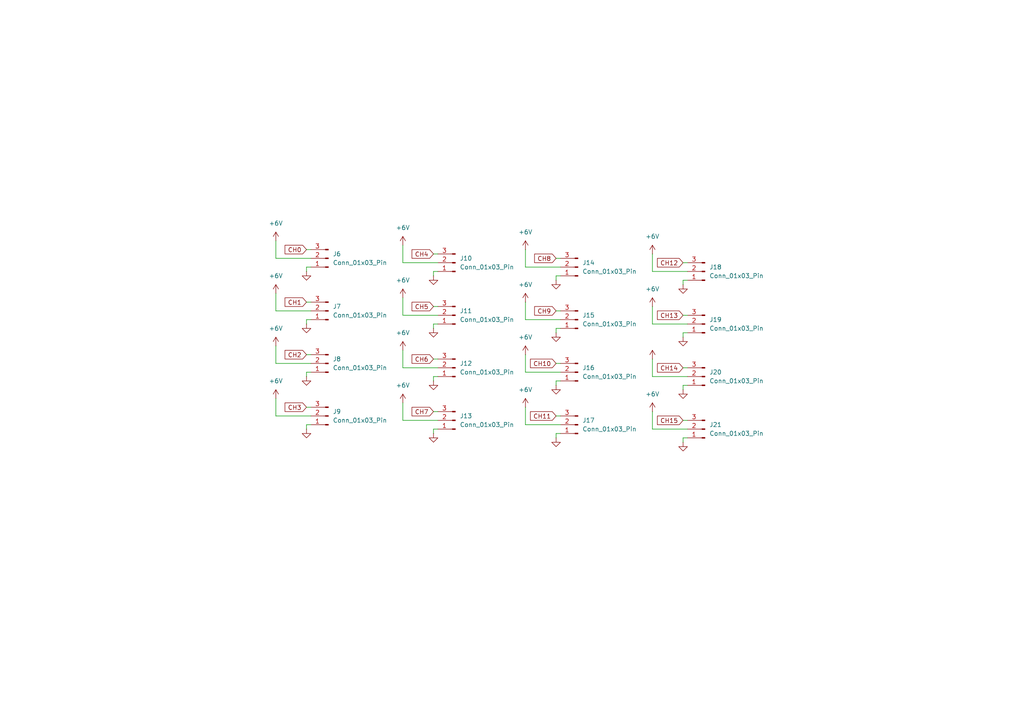
<source format=kicad_sch>
(kicad_sch
	(version 20231120)
	(generator "eeschema")
	(generator_version "8.0")
	(uuid "34cf7dec-6636-4be2-be9a-5aaade90ede7")
	(paper "A4")
	(lib_symbols
		(symbol "Connector:Conn_01x03_Pin"
			(pin_names
				(offset 1.016) hide)
			(exclude_from_sim no)
			(in_bom yes)
			(on_board yes)
			(property "Reference" "J"
				(at 0 5.08 0)
				(effects
					(font
						(size 1.27 1.27)
					)
				)
			)
			(property "Value" "Conn_01x03_Pin"
				(at 0 -5.08 0)
				(effects
					(font
						(size 1.27 1.27)
					)
				)
			)
			(property "Footprint" ""
				(at 0 0 0)
				(effects
					(font
						(size 1.27 1.27)
					)
					(hide yes)
				)
			)
			(property "Datasheet" "~"
				(at 0 0 0)
				(effects
					(font
						(size 1.27 1.27)
					)
					(hide yes)
				)
			)
			(property "Description" "Generic connector, single row, 01x03, script generated"
				(at 0 0 0)
				(effects
					(font
						(size 1.27 1.27)
					)
					(hide yes)
				)
			)
			(property "ki_locked" ""
				(at 0 0 0)
				(effects
					(font
						(size 1.27 1.27)
					)
				)
			)
			(property "ki_keywords" "connector"
				(at 0 0 0)
				(effects
					(font
						(size 1.27 1.27)
					)
					(hide yes)
				)
			)
			(property "ki_fp_filters" "Connector*:*_1x??_*"
				(at 0 0 0)
				(effects
					(font
						(size 1.27 1.27)
					)
					(hide yes)
				)
			)
			(symbol "Conn_01x03_Pin_1_1"
				(polyline
					(pts
						(xy 1.27 -2.54) (xy 0.8636 -2.54)
					)
					(stroke
						(width 0.1524)
						(type default)
					)
					(fill
						(type none)
					)
				)
				(polyline
					(pts
						(xy 1.27 0) (xy 0.8636 0)
					)
					(stroke
						(width 0.1524)
						(type default)
					)
					(fill
						(type none)
					)
				)
				(polyline
					(pts
						(xy 1.27 2.54) (xy 0.8636 2.54)
					)
					(stroke
						(width 0.1524)
						(type default)
					)
					(fill
						(type none)
					)
				)
				(rectangle
					(start 0.8636 -2.413)
					(end 0 -2.667)
					(stroke
						(width 0.1524)
						(type default)
					)
					(fill
						(type outline)
					)
				)
				(rectangle
					(start 0.8636 0.127)
					(end 0 -0.127)
					(stroke
						(width 0.1524)
						(type default)
					)
					(fill
						(type outline)
					)
				)
				(rectangle
					(start 0.8636 2.667)
					(end 0 2.413)
					(stroke
						(width 0.1524)
						(type default)
					)
					(fill
						(type outline)
					)
				)
				(pin passive line
					(at 5.08 2.54 180)
					(length 3.81)
					(name "Pin_1"
						(effects
							(font
								(size 1.27 1.27)
							)
						)
					)
					(number "1"
						(effects
							(font
								(size 1.27 1.27)
							)
						)
					)
				)
				(pin passive line
					(at 5.08 0 180)
					(length 3.81)
					(name "Pin_2"
						(effects
							(font
								(size 1.27 1.27)
							)
						)
					)
					(number "2"
						(effects
							(font
								(size 1.27 1.27)
							)
						)
					)
				)
				(pin passive line
					(at 5.08 -2.54 180)
					(length 3.81)
					(name "Pin_3"
						(effects
							(font
								(size 1.27 1.27)
							)
						)
					)
					(number "3"
						(effects
							(font
								(size 1.27 1.27)
							)
						)
					)
				)
			)
		)
		(symbol "power:+6V"
			(power)
			(pin_numbers hide)
			(pin_names
				(offset 0) hide)
			(exclude_from_sim no)
			(in_bom yes)
			(on_board yes)
			(property "Reference" "#PWR"
				(at 0 -3.81 0)
				(effects
					(font
						(size 1.27 1.27)
					)
					(hide yes)
				)
			)
			(property "Value" "+6V"
				(at 0 3.556 0)
				(effects
					(font
						(size 1.27 1.27)
					)
				)
			)
			(property "Footprint" ""
				(at 0 0 0)
				(effects
					(font
						(size 1.27 1.27)
					)
					(hide yes)
				)
			)
			(property "Datasheet" ""
				(at 0 0 0)
				(effects
					(font
						(size 1.27 1.27)
					)
					(hide yes)
				)
			)
			(property "Description" "Power symbol creates a global label with name \"+6V\""
				(at 0 0 0)
				(effects
					(font
						(size 1.27 1.27)
					)
					(hide yes)
				)
			)
			(property "ki_keywords" "global power"
				(at 0 0 0)
				(effects
					(font
						(size 1.27 1.27)
					)
					(hide yes)
				)
			)
			(symbol "+6V_0_1"
				(polyline
					(pts
						(xy -0.762 1.27) (xy 0 2.54)
					)
					(stroke
						(width 0)
						(type default)
					)
					(fill
						(type none)
					)
				)
				(polyline
					(pts
						(xy 0 0) (xy 0 2.54)
					)
					(stroke
						(width 0)
						(type default)
					)
					(fill
						(type none)
					)
				)
				(polyline
					(pts
						(xy 0 2.54) (xy 0.762 1.27)
					)
					(stroke
						(width 0)
						(type default)
					)
					(fill
						(type none)
					)
				)
			)
			(symbol "+6V_1_1"
				(pin power_in line
					(at 0 0 90)
					(length 0)
					(name "~"
						(effects
							(font
								(size 1.27 1.27)
							)
						)
					)
					(number "1"
						(effects
							(font
								(size 1.27 1.27)
							)
						)
					)
				)
			)
		)
		(symbol "power:GND"
			(power)
			(pin_numbers hide)
			(pin_names
				(offset 0) hide)
			(exclude_from_sim no)
			(in_bom yes)
			(on_board yes)
			(property "Reference" "#PWR"
				(at 0 -6.35 0)
				(effects
					(font
						(size 1.27 1.27)
					)
					(hide yes)
				)
			)
			(property "Value" "GND"
				(at 0 -3.81 0)
				(effects
					(font
						(size 1.27 1.27)
					)
				)
			)
			(property "Footprint" ""
				(at 0 0 0)
				(effects
					(font
						(size 1.27 1.27)
					)
					(hide yes)
				)
			)
			(property "Datasheet" ""
				(at 0 0 0)
				(effects
					(font
						(size 1.27 1.27)
					)
					(hide yes)
				)
			)
			(property "Description" "Power symbol creates a global label with name \"GND\" , ground"
				(at 0 0 0)
				(effects
					(font
						(size 1.27 1.27)
					)
					(hide yes)
				)
			)
			(property "ki_keywords" "global power"
				(at 0 0 0)
				(effects
					(font
						(size 1.27 1.27)
					)
					(hide yes)
				)
			)
			(symbol "GND_0_1"
				(polyline
					(pts
						(xy 0 0) (xy 0 -1.27) (xy 1.27 -1.27) (xy 0 -2.54) (xy -1.27 -1.27) (xy 0 -1.27)
					)
					(stroke
						(width 0)
						(type default)
					)
					(fill
						(type none)
					)
				)
			)
			(symbol "GND_1_1"
				(pin power_in line
					(at 0 0 270)
					(length 0)
					(name "~"
						(effects
							(font
								(size 1.27 1.27)
							)
						)
					)
					(number "1"
						(effects
							(font
								(size 1.27 1.27)
							)
						)
					)
				)
			)
		)
	)
	(wire
		(pts
			(xy 80.01 90.17) (xy 90.17 90.17)
		)
		(stroke
			(width 0)
			(type default)
		)
		(uuid "00288928-45ce-4591-a143-10cb01e6afcd")
	)
	(wire
		(pts
			(xy 161.29 74.93) (xy 162.56 74.93)
		)
		(stroke
			(width 0)
			(type default)
		)
		(uuid "01c6898e-0e72-4cce-97cb-00b5cabd92de")
	)
	(wire
		(pts
			(xy 198.12 106.68) (xy 199.39 106.68)
		)
		(stroke
			(width 0)
			(type default)
		)
		(uuid "06e26090-244d-4125-904c-48df671fc3de")
	)
	(wire
		(pts
			(xy 189.23 88.9) (xy 189.23 93.98)
		)
		(stroke
			(width 0)
			(type default)
		)
		(uuid "09a18b85-0d3a-4965-9d2a-b97791a4a698")
	)
	(wire
		(pts
			(xy 189.23 109.22) (xy 199.39 109.22)
		)
		(stroke
			(width 0)
			(type default)
		)
		(uuid "0bda595b-685b-4c27-9c51-d17ccfe595cd")
	)
	(wire
		(pts
			(xy 88.9 102.87) (xy 90.17 102.87)
		)
		(stroke
			(width 0)
			(type default)
		)
		(uuid "114122a7-7f92-4814-9ae9-0cce523fcc5f")
	)
	(wire
		(pts
			(xy 199.39 111.76) (xy 198.12 111.76)
		)
		(stroke
			(width 0)
			(type default)
		)
		(uuid "12269690-699c-42a8-9262-ec593eb83499")
	)
	(wire
		(pts
			(xy 152.4 87.63) (xy 152.4 92.71)
		)
		(stroke
			(width 0)
			(type default)
		)
		(uuid "1299d377-b5d4-4f9c-b4ee-420469356614")
	)
	(wire
		(pts
			(xy 161.29 120.65) (xy 162.56 120.65)
		)
		(stroke
			(width 0)
			(type default)
		)
		(uuid "13dc6199-f242-476d-af9d-65f32f88d760")
	)
	(wire
		(pts
			(xy 90.17 123.19) (xy 88.9 123.19)
		)
		(stroke
			(width 0)
			(type default)
		)
		(uuid "157134b0-42db-490c-8e14-3b86ed160106")
	)
	(wire
		(pts
			(xy 88.9 107.95) (xy 88.9 109.22)
		)
		(stroke
			(width 0)
			(type default)
		)
		(uuid "2187e9ff-458d-4a47-b433-39858b610573")
	)
	(wire
		(pts
			(xy 80.01 105.41) (xy 90.17 105.41)
		)
		(stroke
			(width 0)
			(type default)
		)
		(uuid "29ebcbd9-740d-453c-aeeb-2633978f4340")
	)
	(wire
		(pts
			(xy 90.17 92.71) (xy 88.9 92.71)
		)
		(stroke
			(width 0)
			(type default)
		)
		(uuid "2eb1732d-4bfe-4459-9549-50ff9e4152d9")
	)
	(wire
		(pts
			(xy 198.12 96.52) (xy 198.12 97.79)
		)
		(stroke
			(width 0)
			(type default)
		)
		(uuid "2f5ac4d5-8cab-4ead-8c4b-f6b7882c77c8")
	)
	(wire
		(pts
			(xy 161.29 110.49) (xy 161.29 111.76)
		)
		(stroke
			(width 0)
			(type default)
		)
		(uuid "357e416e-2a92-4de6-9894-6dcfa1bef3c1")
	)
	(wire
		(pts
			(xy 127 93.98) (xy 125.73 93.98)
		)
		(stroke
			(width 0)
			(type default)
		)
		(uuid "3e2fce08-2ffa-4c25-bd8b-5a88b9c9eaea")
	)
	(wire
		(pts
			(xy 88.9 72.39) (xy 90.17 72.39)
		)
		(stroke
			(width 0)
			(type default)
		)
		(uuid "404be131-8be6-431e-a005-8257b3adc9ee")
	)
	(wire
		(pts
			(xy 162.56 110.49) (xy 161.29 110.49)
		)
		(stroke
			(width 0)
			(type default)
		)
		(uuid "428ecc87-ecf9-4285-9edc-ac1d46e9f2c3")
	)
	(wire
		(pts
			(xy 198.12 127) (xy 198.12 128.27)
		)
		(stroke
			(width 0)
			(type default)
		)
		(uuid "429fab74-fd70-4f92-81d2-183fabc1ec4e")
	)
	(wire
		(pts
			(xy 88.9 87.63) (xy 90.17 87.63)
		)
		(stroke
			(width 0)
			(type default)
		)
		(uuid "4b72b777-583c-4191-9eae-12b2d3a50d1b")
	)
	(wire
		(pts
			(xy 161.29 105.41) (xy 162.56 105.41)
		)
		(stroke
			(width 0)
			(type default)
		)
		(uuid "4b7948e6-edda-48ff-8bac-a5e6e7b78fab")
	)
	(wire
		(pts
			(xy 88.9 92.71) (xy 88.9 93.98)
		)
		(stroke
			(width 0)
			(type default)
		)
		(uuid "4f13b93c-7a2b-4fab-8a37-9563e521e2ab")
	)
	(wire
		(pts
			(xy 80.01 85.09) (xy 80.01 90.17)
		)
		(stroke
			(width 0)
			(type default)
		)
		(uuid "4f17fef3-19cb-444b-8c01-43dc58cb8254")
	)
	(wire
		(pts
			(xy 125.73 124.46) (xy 125.73 125.73)
		)
		(stroke
			(width 0)
			(type default)
		)
		(uuid "4f66589a-84d7-47d0-9517-a4a0131805d0")
	)
	(wire
		(pts
			(xy 189.23 93.98) (xy 199.39 93.98)
		)
		(stroke
			(width 0)
			(type default)
		)
		(uuid "51497068-62b4-462a-998c-c14c72b568d9")
	)
	(wire
		(pts
			(xy 162.56 95.25) (xy 161.29 95.25)
		)
		(stroke
			(width 0)
			(type default)
		)
		(uuid "51c40700-df98-4227-93de-d1103f9921f4")
	)
	(wire
		(pts
			(xy 189.23 78.74) (xy 199.39 78.74)
		)
		(stroke
			(width 0)
			(type default)
		)
		(uuid "549c52f8-84f2-444f-a61b-9ff447c16f16")
	)
	(wire
		(pts
			(xy 125.73 119.38) (xy 127 119.38)
		)
		(stroke
			(width 0)
			(type default)
		)
		(uuid "555c30ea-5903-4538-a5f9-61acb7445f59")
	)
	(wire
		(pts
			(xy 116.84 106.68) (xy 127 106.68)
		)
		(stroke
			(width 0)
			(type default)
		)
		(uuid "5689fe34-daf0-42bd-bc1c-2ff9dd0392e4")
	)
	(wire
		(pts
			(xy 125.73 88.9) (xy 127 88.9)
		)
		(stroke
			(width 0)
			(type default)
		)
		(uuid "57e37069-376f-4bb5-bcfd-e1c9ea050bc0")
	)
	(wire
		(pts
			(xy 80.01 115.57) (xy 80.01 120.65)
		)
		(stroke
			(width 0)
			(type default)
		)
		(uuid "588b249c-d2ed-4e56-bc80-f76596a97ced")
	)
	(wire
		(pts
			(xy 152.4 123.19) (xy 162.56 123.19)
		)
		(stroke
			(width 0)
			(type default)
		)
		(uuid "5db32d8f-5056-4b79-af39-fbd906ef6b70")
	)
	(wire
		(pts
			(xy 125.73 73.66) (xy 127 73.66)
		)
		(stroke
			(width 0)
			(type default)
		)
		(uuid "69ffba07-f1fe-48c0-93d8-be9d8a883023")
	)
	(wire
		(pts
			(xy 152.4 107.95) (xy 162.56 107.95)
		)
		(stroke
			(width 0)
			(type default)
		)
		(uuid "6b9d46e1-f406-4d29-ad7e-71f10cd55fc5")
	)
	(wire
		(pts
			(xy 127 109.22) (xy 125.73 109.22)
		)
		(stroke
			(width 0)
			(type default)
		)
		(uuid "6babaf4c-39a3-4d58-b618-962220298472")
	)
	(wire
		(pts
			(xy 152.4 72.39) (xy 152.4 77.47)
		)
		(stroke
			(width 0)
			(type default)
		)
		(uuid "6c2d501a-b118-43c2-aae5-f6546b6cb6f3")
	)
	(wire
		(pts
			(xy 198.12 111.76) (xy 198.12 113.03)
		)
		(stroke
			(width 0)
			(type default)
		)
		(uuid "6c50f897-03dd-405d-bc5d-e9718837d533")
	)
	(wire
		(pts
			(xy 125.73 78.74) (xy 125.73 80.01)
		)
		(stroke
			(width 0)
			(type default)
		)
		(uuid "6e9f32c7-fba2-4938-a0f8-db0152a63575")
	)
	(wire
		(pts
			(xy 161.29 95.25) (xy 161.29 96.52)
		)
		(stroke
			(width 0)
			(type default)
		)
		(uuid "70f19107-48b8-400f-950a-6d9bdd5a0344")
	)
	(wire
		(pts
			(xy 88.9 123.19) (xy 88.9 124.46)
		)
		(stroke
			(width 0)
			(type default)
		)
		(uuid "71d90e9e-c60c-48b4-a647-c12aaf8d65c0")
	)
	(wire
		(pts
			(xy 198.12 91.44) (xy 199.39 91.44)
		)
		(stroke
			(width 0)
			(type default)
		)
		(uuid "71df8a30-f4ff-4103-a18d-5795a243ce9a")
	)
	(wire
		(pts
			(xy 116.84 76.2) (xy 127 76.2)
		)
		(stroke
			(width 0)
			(type default)
		)
		(uuid "725565f4-7fa6-4437-b0df-8fbce3bb176d")
	)
	(wire
		(pts
			(xy 161.29 80.01) (xy 161.29 81.28)
		)
		(stroke
			(width 0)
			(type default)
		)
		(uuid "791b366f-e196-4a71-b1d8-9282b5a03d8d")
	)
	(wire
		(pts
			(xy 152.4 92.71) (xy 162.56 92.71)
		)
		(stroke
			(width 0)
			(type default)
		)
		(uuid "821acba8-db20-4391-a61f-df76d7342b02")
	)
	(wire
		(pts
			(xy 125.73 93.98) (xy 125.73 95.25)
		)
		(stroke
			(width 0)
			(type default)
		)
		(uuid "8221f112-74de-4333-b7c2-aed94a179aea")
	)
	(wire
		(pts
			(xy 198.12 121.92) (xy 199.39 121.92)
		)
		(stroke
			(width 0)
			(type default)
		)
		(uuid "8b4af330-a734-48a3-a1c2-01092ba0f652")
	)
	(wire
		(pts
			(xy 80.01 69.85) (xy 80.01 74.93)
		)
		(stroke
			(width 0)
			(type default)
		)
		(uuid "8d78bd63-6801-43a6-bc2c-45fa444ec7b0")
	)
	(wire
		(pts
			(xy 127 78.74) (xy 125.73 78.74)
		)
		(stroke
			(width 0)
			(type default)
		)
		(uuid "905d82f6-534c-42aa-8fdf-c90a9fb38c94")
	)
	(wire
		(pts
			(xy 80.01 100.33) (xy 80.01 105.41)
		)
		(stroke
			(width 0)
			(type default)
		)
		(uuid "97b3c472-1096-4cd7-8056-6a640a7b7ae4")
	)
	(wire
		(pts
			(xy 189.23 104.14) (xy 189.23 109.22)
		)
		(stroke
			(width 0)
			(type default)
		)
		(uuid "9ba8c4ac-2c59-451b-a0de-5a1c52692dad")
	)
	(wire
		(pts
			(xy 90.17 107.95) (xy 88.9 107.95)
		)
		(stroke
			(width 0)
			(type default)
		)
		(uuid "9c025dfe-3484-4fb5-8057-110cf1b25242")
	)
	(wire
		(pts
			(xy 199.39 81.28) (xy 198.12 81.28)
		)
		(stroke
			(width 0)
			(type default)
		)
		(uuid "9c5e3449-46b4-459b-93b2-5c8ceb8f290c")
	)
	(wire
		(pts
			(xy 189.23 73.66) (xy 189.23 78.74)
		)
		(stroke
			(width 0)
			(type default)
		)
		(uuid "9c9be144-a652-4be1-b6e7-7164b01817f0")
	)
	(wire
		(pts
			(xy 189.23 124.46) (xy 199.39 124.46)
		)
		(stroke
			(width 0)
			(type default)
		)
		(uuid "9dad666d-9818-4b37-87a0-2c6885cd59c3")
	)
	(wire
		(pts
			(xy 161.29 125.73) (xy 161.29 127)
		)
		(stroke
			(width 0)
			(type default)
		)
		(uuid "9f8c5853-e83e-4a1b-b3e6-e5e7f736d8e6")
	)
	(wire
		(pts
			(xy 199.39 127) (xy 198.12 127)
		)
		(stroke
			(width 0)
			(type default)
		)
		(uuid "9fdbe199-8da8-4203-8293-df7c886d80fa")
	)
	(wire
		(pts
			(xy 116.84 91.44) (xy 127 91.44)
		)
		(stroke
			(width 0)
			(type default)
		)
		(uuid "a563e2e8-212d-4668-b0c1-7ca1291efae5")
	)
	(wire
		(pts
			(xy 152.4 102.87) (xy 152.4 107.95)
		)
		(stroke
			(width 0)
			(type default)
		)
		(uuid "a5aa1a87-1871-4d28-aaa4-00364f4789d3")
	)
	(wire
		(pts
			(xy 116.84 121.92) (xy 127 121.92)
		)
		(stroke
			(width 0)
			(type default)
		)
		(uuid "aec0bd18-073c-4f5f-a0fe-67959c043354")
	)
	(wire
		(pts
			(xy 162.56 125.73) (xy 161.29 125.73)
		)
		(stroke
			(width 0)
			(type default)
		)
		(uuid "b202498d-1ff9-4047-85ff-cc516f3558a9")
	)
	(wire
		(pts
			(xy 88.9 77.47) (xy 88.9 78.74)
		)
		(stroke
			(width 0)
			(type default)
		)
		(uuid "b409d922-f494-46e0-a1ae-2d9b9f0aca07")
	)
	(wire
		(pts
			(xy 80.01 120.65) (xy 90.17 120.65)
		)
		(stroke
			(width 0)
			(type default)
		)
		(uuid "bb38b99e-1eda-452a-9c25-9f1d4ad4dabc")
	)
	(wire
		(pts
			(xy 127 124.46) (xy 125.73 124.46)
		)
		(stroke
			(width 0)
			(type default)
		)
		(uuid "c4d315b2-0275-49c8-a6d3-4c175c6ef768")
	)
	(wire
		(pts
			(xy 125.73 104.14) (xy 127 104.14)
		)
		(stroke
			(width 0)
			(type default)
		)
		(uuid "c64ea61c-833c-43ed-a641-9eb38f092bdc")
	)
	(wire
		(pts
			(xy 88.9 118.11) (xy 90.17 118.11)
		)
		(stroke
			(width 0)
			(type default)
		)
		(uuid "c77ffa30-d9a6-4059-b937-b5bdf7461260")
	)
	(wire
		(pts
			(xy 90.17 77.47) (xy 88.9 77.47)
		)
		(stroke
			(width 0)
			(type default)
		)
		(uuid "d44dde64-7d28-407a-80ae-46f280277ae8")
	)
	(wire
		(pts
			(xy 116.84 101.6) (xy 116.84 106.68)
		)
		(stroke
			(width 0)
			(type default)
		)
		(uuid "d9247b9e-e23b-460a-a06c-f107a5b2af86")
	)
	(wire
		(pts
			(xy 152.4 77.47) (xy 162.56 77.47)
		)
		(stroke
			(width 0)
			(type default)
		)
		(uuid "e9225218-3318-4c75-8ce4-8fab1e7ee731")
	)
	(wire
		(pts
			(xy 125.73 109.22) (xy 125.73 110.49)
		)
		(stroke
			(width 0)
			(type default)
		)
		(uuid "ea2b1257-8a23-4ddb-8055-b3db70201d25")
	)
	(wire
		(pts
			(xy 116.84 116.84) (xy 116.84 121.92)
		)
		(stroke
			(width 0)
			(type default)
		)
		(uuid "ed80560f-6115-4da9-9731-2a02ffb4410f")
	)
	(wire
		(pts
			(xy 161.29 90.17) (xy 162.56 90.17)
		)
		(stroke
			(width 0)
			(type default)
		)
		(uuid "ee5c3eb7-13f5-41c5-80ee-473f70832223")
	)
	(wire
		(pts
			(xy 116.84 86.36) (xy 116.84 91.44)
		)
		(stroke
			(width 0)
			(type default)
		)
		(uuid "efb090a6-a3f2-4fec-9c6b-7f48a13e9649")
	)
	(wire
		(pts
			(xy 152.4 118.11) (xy 152.4 123.19)
		)
		(stroke
			(width 0)
			(type default)
		)
		(uuid "f1bec7a0-4562-4d9f-aba7-d754cf3d11b0")
	)
	(wire
		(pts
			(xy 116.84 71.12) (xy 116.84 76.2)
		)
		(stroke
			(width 0)
			(type default)
		)
		(uuid "f4ffc3b9-4659-458d-bec2-125176a01ce1")
	)
	(wire
		(pts
			(xy 189.23 119.38) (xy 189.23 124.46)
		)
		(stroke
			(width 0)
			(type default)
		)
		(uuid "f5822552-3548-4d37-bd59-92f716b67c03")
	)
	(wire
		(pts
			(xy 198.12 81.28) (xy 198.12 82.55)
		)
		(stroke
			(width 0)
			(type default)
		)
		(uuid "f7076c2f-4bad-4bc8-bdfc-52f6bf3fcbae")
	)
	(wire
		(pts
			(xy 198.12 76.2) (xy 199.39 76.2)
		)
		(stroke
			(width 0)
			(type default)
		)
		(uuid "f99c09f9-ef42-4d22-a71b-403f1cdfa4b8")
	)
	(wire
		(pts
			(xy 162.56 80.01) (xy 161.29 80.01)
		)
		(stroke
			(width 0)
			(type default)
		)
		(uuid "fda94ecf-cf24-4b11-8126-c5e6eacc0f59")
	)
	(wire
		(pts
			(xy 199.39 96.52) (xy 198.12 96.52)
		)
		(stroke
			(width 0)
			(type default)
		)
		(uuid "fde344c0-2277-4ae7-bbcb-8ecb75878413")
	)
	(wire
		(pts
			(xy 80.01 74.93) (xy 90.17 74.93)
		)
		(stroke
			(width 0)
			(type default)
		)
		(uuid "fef3bbae-9e64-440c-a4f3-6653928c7ce5")
	)
	(global_label "CH15"
		(shape input)
		(at 198.12 121.92 180)
		(fields_autoplaced yes)
		(effects
			(font
				(size 1.27 1.27)
			)
			(justify right)
		)
		(uuid "00dbc182-639d-491c-97cd-77acfe375a49")
		(property "Intersheetrefs" "${INTERSHEET_REFS}"
			(at 190.1153 121.92 0)
			(effects
				(font
					(size 1.27 1.27)
				)
				(justify right)
				(hide yes)
			)
		)
	)
	(global_label "CH7"
		(shape input)
		(at 125.73 119.38 180)
		(fields_autoplaced yes)
		(effects
			(font
				(size 1.27 1.27)
			)
			(justify right)
		)
		(uuid "18ee6c93-fcfe-471a-90dc-223469db522d")
		(property "Intersheetrefs" "${INTERSHEET_REFS}"
			(at 118.9348 119.38 0)
			(effects
				(font
					(size 1.27 1.27)
				)
				(justify right)
				(hide yes)
			)
		)
	)
	(global_label "CH2"
		(shape input)
		(at 88.9 102.87 180)
		(fields_autoplaced yes)
		(effects
			(font
				(size 1.27 1.27)
			)
			(justify right)
		)
		(uuid "3351cae3-4fea-4051-a897-cc4ae851a3c4")
		(property "Intersheetrefs" "${INTERSHEET_REFS}"
			(at 82.1048 102.87 0)
			(effects
				(font
					(size 1.27 1.27)
				)
				(justify right)
				(hide yes)
			)
		)
	)
	(global_label "CH12"
		(shape input)
		(at 198.12 76.2 180)
		(fields_autoplaced yes)
		(effects
			(font
				(size 1.27 1.27)
			)
			(justify right)
		)
		(uuid "35a7c895-8837-441a-8f15-ede8c8b27ec7")
		(property "Intersheetrefs" "${INTERSHEET_REFS}"
			(at 190.1153 76.2 0)
			(effects
				(font
					(size 1.27 1.27)
				)
				(justify right)
				(hide yes)
			)
		)
	)
	(global_label "CH6"
		(shape input)
		(at 125.73 104.14 180)
		(fields_autoplaced yes)
		(effects
			(font
				(size 1.27 1.27)
			)
			(justify right)
		)
		(uuid "4bc322c8-1c71-408a-8d60-74a1a4a0beed")
		(property "Intersheetrefs" "${INTERSHEET_REFS}"
			(at 118.9348 104.14 0)
			(effects
				(font
					(size 1.27 1.27)
				)
				(justify right)
				(hide yes)
			)
		)
	)
	(global_label "CH8"
		(shape input)
		(at 161.29 74.93 180)
		(fields_autoplaced yes)
		(effects
			(font
				(size 1.27 1.27)
			)
			(justify right)
		)
		(uuid "4c3aba27-5d5e-4be5-9a16-ab42d8e38caa")
		(property "Intersheetrefs" "${INTERSHEET_REFS}"
			(at 154.4948 74.93 0)
			(effects
				(font
					(size 1.27 1.27)
				)
				(justify right)
				(hide yes)
			)
		)
	)
	(global_label "CH14"
		(shape input)
		(at 198.12 106.68 180)
		(fields_autoplaced yes)
		(effects
			(font
				(size 1.27 1.27)
			)
			(justify right)
		)
		(uuid "5fd0385d-9cb0-4539-961b-31af59b289c2")
		(property "Intersheetrefs" "${INTERSHEET_REFS}"
			(at 190.1153 106.68 0)
			(effects
				(font
					(size 1.27 1.27)
				)
				(justify right)
				(hide yes)
			)
		)
	)
	(global_label "CH11"
		(shape input)
		(at 161.29 120.65 180)
		(fields_autoplaced yes)
		(effects
			(font
				(size 1.27 1.27)
			)
			(justify right)
		)
		(uuid "66988de7-e8ec-4c58-9bf6-e46df254e61e")
		(property "Intersheetrefs" "${INTERSHEET_REFS}"
			(at 153.2853 120.65 0)
			(effects
				(font
					(size 1.27 1.27)
				)
				(justify right)
				(hide yes)
			)
		)
	)
	(global_label "CH5"
		(shape input)
		(at 125.73 88.9 180)
		(fields_autoplaced yes)
		(effects
			(font
				(size 1.27 1.27)
			)
			(justify right)
		)
		(uuid "830fd4a5-3e1b-4aad-88ab-c190747a7464")
		(property "Intersheetrefs" "${INTERSHEET_REFS}"
			(at 118.9348 88.9 0)
			(effects
				(font
					(size 1.27 1.27)
				)
				(justify right)
				(hide yes)
			)
		)
	)
	(global_label "CH9"
		(shape input)
		(at 161.29 90.17 180)
		(fields_autoplaced yes)
		(effects
			(font
				(size 1.27 1.27)
			)
			(justify right)
		)
		(uuid "91fc4997-215a-4404-843f-76ef6838ac44")
		(property "Intersheetrefs" "${INTERSHEET_REFS}"
			(at 154.4948 90.17 0)
			(effects
				(font
					(size 1.27 1.27)
				)
				(justify right)
				(hide yes)
			)
		)
	)
	(global_label "CH13"
		(shape input)
		(at 198.12 91.44 180)
		(fields_autoplaced yes)
		(effects
			(font
				(size 1.27 1.27)
			)
			(justify right)
		)
		(uuid "a27d210f-c327-4200-957a-ecb3a4df0160")
		(property "Intersheetrefs" "${INTERSHEET_REFS}"
			(at 190.1153 91.44 0)
			(effects
				(font
					(size 1.27 1.27)
				)
				(justify right)
				(hide yes)
			)
		)
	)
	(global_label "CH0"
		(shape input)
		(at 88.9 72.39 180)
		(fields_autoplaced yes)
		(effects
			(font
				(size 1.27 1.27)
			)
			(justify right)
		)
		(uuid "b2238832-61ff-4c8a-8f70-9e875978fee1")
		(property "Intersheetrefs" "${INTERSHEET_REFS}"
			(at 82.1048 72.39 0)
			(effects
				(font
					(size 1.27 1.27)
				)
				(justify right)
				(hide yes)
			)
		)
	)
	(global_label "CH10"
		(shape input)
		(at 161.29 105.41 180)
		(fields_autoplaced yes)
		(effects
			(font
				(size 1.27 1.27)
			)
			(justify right)
		)
		(uuid "b2a59215-e47a-4b58-93f9-c1d0ced026a3")
		(property "Intersheetrefs" "${INTERSHEET_REFS}"
			(at 153.2853 105.41 0)
			(effects
				(font
					(size 1.27 1.27)
				)
				(justify right)
				(hide yes)
			)
		)
	)
	(global_label "CH4"
		(shape input)
		(at 125.73 73.66 180)
		(fields_autoplaced yes)
		(effects
			(font
				(size 1.27 1.27)
			)
			(justify right)
		)
		(uuid "c5263aed-4524-4f6e-a4a4-787a02cd4037")
		(property "Intersheetrefs" "${INTERSHEET_REFS}"
			(at 118.9348 73.66 0)
			(effects
				(font
					(size 1.27 1.27)
				)
				(justify right)
				(hide yes)
			)
		)
	)
	(global_label "CH3"
		(shape input)
		(at 88.9 118.11 180)
		(fields_autoplaced yes)
		(effects
			(font
				(size 1.27 1.27)
			)
			(justify right)
		)
		(uuid "e3a07688-871c-4765-8a62-92c88d1f0d70")
		(property "Intersheetrefs" "${INTERSHEET_REFS}"
			(at 82.1048 118.11 0)
			(effects
				(font
					(size 1.27 1.27)
				)
				(justify right)
				(hide yes)
			)
		)
	)
	(global_label "CH1"
		(shape input)
		(at 88.9 87.63 180)
		(fields_autoplaced yes)
		(effects
			(font
				(size 1.27 1.27)
			)
			(justify right)
		)
		(uuid "ea465e04-c440-499e-91f0-ad5af620064f")
		(property "Intersheetrefs" "${INTERSHEET_REFS}"
			(at 82.1048 87.63 0)
			(effects
				(font
					(size 1.27 1.27)
				)
				(justify right)
				(hide yes)
			)
		)
	)
	(symbol
		(lib_id "power:GND")
		(at 88.9 78.74 0)
		(unit 1)
		(exclude_from_sim no)
		(in_bom yes)
		(on_board yes)
		(dnp no)
		(fields_autoplaced yes)
		(uuid "0152cc18-1037-4907-b4d4-c35c86b4ecaa")
		(property "Reference" "#PWR056"
			(at 88.9 85.09 0)
			(effects
				(font
					(size 1.27 1.27)
				)
				(hide yes)
			)
		)
		(property "Value" "GND"
			(at 88.9 83.82 0)
			(effects
				(font
					(size 1.27 1.27)
				)
				(hide yes)
			)
		)
		(property "Footprint" ""
			(at 88.9 78.74 0)
			(effects
				(font
					(size 1.27 1.27)
				)
				(hide yes)
			)
		)
		(property "Datasheet" ""
			(at 88.9 78.74 0)
			(effects
				(font
					(size 1.27 1.27)
				)
				(hide yes)
			)
		)
		(property "Description" "Power symbol creates a global label with name \"GND\" , ground"
			(at 88.9 78.74 0)
			(effects
				(font
					(size 1.27 1.27)
				)
				(hide yes)
			)
		)
		(pin "1"
			(uuid "441d60c4-8a1a-4bdb-b9b3-0d6ef5fe8764")
		)
		(instances
			(project ""
				(path "/e8380e09-dbfb-452d-aae9-f4ebc3c118cf/28d92497-364b-44d6-8481-c3724d04edf0"
					(reference "#PWR056")
					(unit 1)
				)
			)
		)
	)
	(symbol
		(lib_id "Connector:Conn_01x03_Pin")
		(at 95.25 74.93 180)
		(unit 1)
		(exclude_from_sim no)
		(in_bom yes)
		(on_board yes)
		(dnp no)
		(fields_autoplaced yes)
		(uuid "0b22ff4a-8558-443b-b227-906f9bae0902")
		(property "Reference" "J6"
			(at 96.52 73.6599 0)
			(effects
				(font
					(size 1.27 1.27)
				)
				(justify right)
			)
		)
		(property "Value" "Conn_01x03_Pin"
			(at 96.52 76.1999 0)
			(effects
				(font
					(size 1.27 1.27)
				)
				(justify right)
			)
		)
		(property "Footprint" "Connector_PinHeader_2.54mm:PinHeader_1x03_P2.54mm_Vertical"
			(at 95.25 74.93 0)
			(effects
				(font
					(size 1.27 1.27)
				)
				(hide yes)
			)
		)
		(property "Datasheet" "~"
			(at 95.25 74.93 0)
			(effects
				(font
					(size 1.27 1.27)
				)
				(hide yes)
			)
		)
		(property "Description" "Generic connector, single row, 01x03, script generated"
			(at 95.25 74.93 0)
			(effects
				(font
					(size 1.27 1.27)
				)
				(hide yes)
			)
		)
		(pin "1"
			(uuid "84c36398-4a8c-4945-b813-9b405467b163")
		)
		(pin "3"
			(uuid "01ce3d70-5d5c-40c7-8497-38a906df4745")
		)
		(pin "2"
			(uuid "84aebb93-2f80-4eb9-991e-dcec156311ee")
		)
		(instances
			(project ""
				(path "/e8380e09-dbfb-452d-aae9-f4ebc3c118cf/28d92497-364b-44d6-8481-c3724d04edf0"
					(reference "J6")
					(unit 1)
				)
			)
		)
	)
	(symbol
		(lib_id "Connector:Conn_01x03_Pin")
		(at 167.64 77.47 180)
		(unit 1)
		(exclude_from_sim no)
		(in_bom yes)
		(on_board yes)
		(dnp no)
		(fields_autoplaced yes)
		(uuid "0ba74c83-39c5-4603-b585-5d50372cdc47")
		(property "Reference" "J14"
			(at 168.91 76.1999 0)
			(effects
				(font
					(size 1.27 1.27)
				)
				(justify right)
			)
		)
		(property "Value" "Conn_01x03_Pin"
			(at 168.91 78.7399 0)
			(effects
				(font
					(size 1.27 1.27)
				)
				(justify right)
			)
		)
		(property "Footprint" "Connector_PinHeader_2.54mm:PinHeader_1x03_P2.54mm_Vertical"
			(at 167.64 77.47 0)
			(effects
				(font
					(size 1.27 1.27)
				)
				(hide yes)
			)
		)
		(property "Datasheet" "~"
			(at 167.64 77.47 0)
			(effects
				(font
					(size 1.27 1.27)
				)
				(hide yes)
			)
		)
		(property "Description" "Generic connector, single row, 01x03, script generated"
			(at 167.64 77.47 0)
			(effects
				(font
					(size 1.27 1.27)
				)
				(hide yes)
			)
		)
		(pin "1"
			(uuid "7c729516-208b-460b-9b4f-8b9447f9a81a")
		)
		(pin "3"
			(uuid "ef382dd5-83f2-47a8-9753-3fabfa73c169")
		)
		(pin "2"
			(uuid "53848f0c-33cd-4e17-ab8f-e9358bda3e54")
		)
		(instances
			(project "V1.03"
				(path "/e8380e09-dbfb-452d-aae9-f4ebc3c118cf/28d92497-364b-44d6-8481-c3724d04edf0"
					(reference "J14")
					(unit 1)
				)
			)
		)
	)
	(symbol
		(lib_id "power:GND")
		(at 125.73 125.73 0)
		(unit 1)
		(exclude_from_sim no)
		(in_bom yes)
		(on_board yes)
		(dnp no)
		(fields_autoplaced yes)
		(uuid "0fb7ea70-33c1-4673-857c-15180811f3b4")
		(property "Reference" "#PWR067"
			(at 125.73 132.08 0)
			(effects
				(font
					(size 1.27 1.27)
				)
				(hide yes)
			)
		)
		(property "Value" "GND"
			(at 125.73 130.81 0)
			(effects
				(font
					(size 1.27 1.27)
				)
				(hide yes)
			)
		)
		(property "Footprint" ""
			(at 125.73 125.73 0)
			(effects
				(font
					(size 1.27 1.27)
				)
				(hide yes)
			)
		)
		(property "Datasheet" ""
			(at 125.73 125.73 0)
			(effects
				(font
					(size 1.27 1.27)
				)
				(hide yes)
			)
		)
		(property "Description" "Power symbol creates a global label with name \"GND\" , ground"
			(at 125.73 125.73 0)
			(effects
				(font
					(size 1.27 1.27)
				)
				(hide yes)
			)
		)
		(pin "1"
			(uuid "4f9612df-5709-4b14-a876-c10175fbf1be")
		)
		(instances
			(project "V1.03"
				(path "/e8380e09-dbfb-452d-aae9-f4ebc3c118cf/28d92497-364b-44d6-8481-c3724d04edf0"
					(reference "#PWR067")
					(unit 1)
				)
			)
		)
	)
	(symbol
		(lib_id "power:+6V")
		(at 116.84 86.36 0)
		(unit 1)
		(exclude_from_sim no)
		(in_bom yes)
		(on_board yes)
		(dnp no)
		(fields_autoplaced yes)
		(uuid "10977201-9ca2-4712-9d5a-e3d678384cdb")
		(property "Reference" "#PWR061"
			(at 116.84 90.17 0)
			(effects
				(font
					(size 1.27 1.27)
				)
				(hide yes)
			)
		)
		(property "Value" "+6V"
			(at 116.84 81.28 0)
			(effects
				(font
					(size 1.27 1.27)
				)
			)
		)
		(property "Footprint" ""
			(at 116.84 86.36 0)
			(effects
				(font
					(size 1.27 1.27)
				)
				(hide yes)
			)
		)
		(property "Datasheet" ""
			(at 116.84 86.36 0)
			(effects
				(font
					(size 1.27 1.27)
				)
				(hide yes)
			)
		)
		(property "Description" "Power symbol creates a global label with name \"+6V\""
			(at 116.84 86.36 0)
			(effects
				(font
					(size 1.27 1.27)
				)
				(hide yes)
			)
		)
		(pin "1"
			(uuid "c755667f-23f1-4f19-8613-266b77f1c69b")
		)
		(instances
			(project "V1.03"
				(path "/e8380e09-dbfb-452d-aae9-f4ebc3c118cf/28d92497-364b-44d6-8481-c3724d04edf0"
					(reference "#PWR061")
					(unit 1)
				)
			)
		)
	)
	(symbol
		(lib_id "Connector:Conn_01x03_Pin")
		(at 204.47 124.46 180)
		(unit 1)
		(exclude_from_sim no)
		(in_bom yes)
		(on_board yes)
		(dnp no)
		(fields_autoplaced yes)
		(uuid "204986f6-0c3f-4115-b219-1b19ed58622f")
		(property "Reference" "J21"
			(at 205.74 123.1899 0)
			(effects
				(font
					(size 1.27 1.27)
				)
				(justify right)
			)
		)
		(property "Value" "Conn_01x03_Pin"
			(at 205.74 125.7299 0)
			(effects
				(font
					(size 1.27 1.27)
				)
				(justify right)
			)
		)
		(property "Footprint" "Connector_PinHeader_2.54mm:PinHeader_1x03_P2.54mm_Vertical"
			(at 204.47 124.46 0)
			(effects
				(font
					(size 1.27 1.27)
				)
				(hide yes)
			)
		)
		(property "Datasheet" "~"
			(at 204.47 124.46 0)
			(effects
				(font
					(size 1.27 1.27)
				)
				(hide yes)
			)
		)
		(property "Description" "Generic connector, single row, 01x03, script generated"
			(at 204.47 124.46 0)
			(effects
				(font
					(size 1.27 1.27)
				)
				(hide yes)
			)
		)
		(pin "1"
			(uuid "68356ac9-90d9-40c2-94ca-a083982a3899")
		)
		(pin "3"
			(uuid "e116e7fb-9bf6-4620-8726-f1dcc9295f71")
		)
		(pin "2"
			(uuid "c9e7974c-200c-4ec9-9b0e-cf6cd81bba7c")
		)
		(instances
			(project "V1.03"
				(path "/e8380e09-dbfb-452d-aae9-f4ebc3c118cf/28d92497-364b-44d6-8481-c3724d04edf0"
					(reference "J21")
					(unit 1)
				)
			)
		)
	)
	(symbol
		(lib_id "power:+6V")
		(at 80.01 115.57 0)
		(unit 1)
		(exclude_from_sim no)
		(in_bom yes)
		(on_board yes)
		(dnp no)
		(fields_autoplaced yes)
		(uuid "2305a074-a75a-4361-b814-7dd58acdec8c")
		(property "Reference" "#PWR055"
			(at 80.01 119.38 0)
			(effects
				(font
					(size 1.27 1.27)
				)
				(hide yes)
			)
		)
		(property "Value" "+6V"
			(at 80.01 110.49 0)
			(effects
				(font
					(size 1.27 1.27)
				)
			)
		)
		(property "Footprint" ""
			(at 80.01 115.57 0)
			(effects
				(font
					(size 1.27 1.27)
				)
				(hide yes)
			)
		)
		(property "Datasheet" ""
			(at 80.01 115.57 0)
			(effects
				(font
					(size 1.27 1.27)
				)
				(hide yes)
			)
		)
		(property "Description" "Power symbol creates a global label with name \"+6V\""
			(at 80.01 115.57 0)
			(effects
				(font
					(size 1.27 1.27)
				)
				(hide yes)
			)
		)
		(pin "1"
			(uuid "1ea0dcc7-6192-4216-acb2-9bfb7603439c")
		)
		(instances
			(project "V1.03"
				(path "/e8380e09-dbfb-452d-aae9-f4ebc3c118cf/28d92497-364b-44d6-8481-c3724d04edf0"
					(reference "#PWR055")
					(unit 1)
				)
			)
		)
	)
	(symbol
		(lib_id "Connector:Conn_01x03_Pin")
		(at 204.47 109.22 180)
		(unit 1)
		(exclude_from_sim no)
		(in_bom yes)
		(on_board yes)
		(dnp no)
		(fields_autoplaced yes)
		(uuid "28402099-5d3d-4929-90b5-13dfa7120fa1")
		(property "Reference" "J20"
			(at 205.74 107.9499 0)
			(effects
				(font
					(size 1.27 1.27)
				)
				(justify right)
			)
		)
		(property "Value" "Conn_01x03_Pin"
			(at 205.74 110.4899 0)
			(effects
				(font
					(size 1.27 1.27)
				)
				(justify right)
			)
		)
		(property "Footprint" "Connector_PinHeader_2.54mm:PinHeader_1x03_P2.54mm_Vertical"
			(at 204.47 109.22 0)
			(effects
				(font
					(size 1.27 1.27)
				)
				(hide yes)
			)
		)
		(property "Datasheet" "~"
			(at 204.47 109.22 0)
			(effects
				(font
					(size 1.27 1.27)
				)
				(hide yes)
			)
		)
		(property "Description" "Generic connector, single row, 01x03, script generated"
			(at 204.47 109.22 0)
			(effects
				(font
					(size 1.27 1.27)
				)
				(hide yes)
			)
		)
		(pin "1"
			(uuid "d08adc7a-0a56-401e-8ead-e62801688f6b")
		)
		(pin "3"
			(uuid "92f1fca7-d2c0-45a5-b8d5-d7056f5201a6")
		)
		(pin "2"
			(uuid "e2fe15eb-6788-4633-9598-f1e7a1752d31")
		)
		(instances
			(project "V1.03"
				(path "/e8380e09-dbfb-452d-aae9-f4ebc3c118cf/28d92497-364b-44d6-8481-c3724d04edf0"
					(reference "J20")
					(unit 1)
				)
			)
		)
	)
	(symbol
		(lib_id "power:GND")
		(at 198.12 82.55 0)
		(unit 1)
		(exclude_from_sim no)
		(in_bom yes)
		(on_board yes)
		(dnp no)
		(fields_autoplaced yes)
		(uuid "2f9e1bf0-d9be-4631-85ad-1a2e2b49fe08")
		(property "Reference" "#PWR080"
			(at 198.12 88.9 0)
			(effects
				(font
					(size 1.27 1.27)
				)
				(hide yes)
			)
		)
		(property "Value" "GND"
			(at 198.12 87.63 0)
			(effects
				(font
					(size 1.27 1.27)
				)
				(hide yes)
			)
		)
		(property "Footprint" ""
			(at 198.12 82.55 0)
			(effects
				(font
					(size 1.27 1.27)
				)
				(hide yes)
			)
		)
		(property "Datasheet" ""
			(at 198.12 82.55 0)
			(effects
				(font
					(size 1.27 1.27)
				)
				(hide yes)
			)
		)
		(property "Description" "Power symbol creates a global label with name \"GND\" , ground"
			(at 198.12 82.55 0)
			(effects
				(font
					(size 1.27 1.27)
				)
				(hide yes)
			)
		)
		(pin "1"
			(uuid "fcf75172-36bc-4792-8aa7-7c42498ab15f")
		)
		(instances
			(project "V1.03"
				(path "/e8380e09-dbfb-452d-aae9-f4ebc3c118cf/28d92497-364b-44d6-8481-c3724d04edf0"
					(reference "#PWR080")
					(unit 1)
				)
			)
		)
	)
	(symbol
		(lib_id "power:+6V")
		(at 80.01 69.85 0)
		(unit 1)
		(exclude_from_sim no)
		(in_bom yes)
		(on_board yes)
		(dnp no)
		(fields_autoplaced yes)
		(uuid "36531faf-f607-47ea-a24c-ea3423d4864b")
		(property "Reference" "#PWR052"
			(at 80.01 73.66 0)
			(effects
				(font
					(size 1.27 1.27)
				)
				(hide yes)
			)
		)
		(property "Value" "+6V"
			(at 80.01 64.77 0)
			(effects
				(font
					(size 1.27 1.27)
				)
			)
		)
		(property "Footprint" ""
			(at 80.01 69.85 0)
			(effects
				(font
					(size 1.27 1.27)
				)
				(hide yes)
			)
		)
		(property "Datasheet" ""
			(at 80.01 69.85 0)
			(effects
				(font
					(size 1.27 1.27)
				)
				(hide yes)
			)
		)
		(property "Description" "Power symbol creates a global label with name \"+6V\""
			(at 80.01 69.85 0)
			(effects
				(font
					(size 1.27 1.27)
				)
				(hide yes)
			)
		)
		(pin "1"
			(uuid "178f9ec9-43c2-43cb-a80f-c4f84427125a")
		)
		(instances
			(project ""
				(path "/e8380e09-dbfb-452d-aae9-f4ebc3c118cf/28d92497-364b-44d6-8481-c3724d04edf0"
					(reference "#PWR052")
					(unit 1)
				)
			)
		)
	)
	(symbol
		(lib_id "Connector:Conn_01x03_Pin")
		(at 204.47 93.98 180)
		(unit 1)
		(exclude_from_sim no)
		(in_bom yes)
		(on_board yes)
		(dnp no)
		(fields_autoplaced yes)
		(uuid "369ad9be-b43b-4e8d-aca7-dad66b1a6e0c")
		(property "Reference" "J19"
			(at 205.74 92.7099 0)
			(effects
				(font
					(size 1.27 1.27)
				)
				(justify right)
			)
		)
		(property "Value" "Conn_01x03_Pin"
			(at 205.74 95.2499 0)
			(effects
				(font
					(size 1.27 1.27)
				)
				(justify right)
			)
		)
		(property "Footprint" "Connector_PinHeader_2.54mm:PinHeader_1x03_P2.54mm_Vertical"
			(at 204.47 93.98 0)
			(effects
				(font
					(size 1.27 1.27)
				)
				(hide yes)
			)
		)
		(property "Datasheet" "~"
			(at 204.47 93.98 0)
			(effects
				(font
					(size 1.27 1.27)
				)
				(hide yes)
			)
		)
		(property "Description" "Generic connector, single row, 01x03, script generated"
			(at 204.47 93.98 0)
			(effects
				(font
					(size 1.27 1.27)
				)
				(hide yes)
			)
		)
		(pin "1"
			(uuid "09d89c50-5a70-4fa9-9078-55d9e7707f76")
		)
		(pin "3"
			(uuid "d8ca6ef3-3a91-4402-8d3d-844c5937c19d")
		)
		(pin "2"
			(uuid "370f5b97-dbbd-4272-b348-0208a73b429b")
		)
		(instances
			(project "V1.03"
				(path "/e8380e09-dbfb-452d-aae9-f4ebc3c118cf/28d92497-364b-44d6-8481-c3724d04edf0"
					(reference "J19")
					(unit 1)
				)
			)
		)
	)
	(symbol
		(lib_id "power:+6V")
		(at 189.23 73.66 0)
		(unit 1)
		(exclude_from_sim no)
		(in_bom yes)
		(on_board yes)
		(dnp no)
		(fields_autoplaced yes)
		(uuid "52cb9365-4692-4fdc-9886-872fa1b07408")
		(property "Reference" "#PWR076"
			(at 189.23 77.47 0)
			(effects
				(font
					(size 1.27 1.27)
				)
				(hide yes)
			)
		)
		(property "Value" "+6V"
			(at 189.23 68.58 0)
			(effects
				(font
					(size 1.27 1.27)
				)
			)
		)
		(property "Footprint" ""
			(at 189.23 73.66 0)
			(effects
				(font
					(size 1.27 1.27)
				)
				(hide yes)
			)
		)
		(property "Datasheet" ""
			(at 189.23 73.66 0)
			(effects
				(font
					(size 1.27 1.27)
				)
				(hide yes)
			)
		)
		(property "Description" "Power symbol creates a global label with name \"+6V\""
			(at 189.23 73.66 0)
			(effects
				(font
					(size 1.27 1.27)
				)
				(hide yes)
			)
		)
		(pin "1"
			(uuid "515e2cbe-9052-4951-9f61-328e898ebcc3")
		)
		(instances
			(project "V1.03"
				(path "/e8380e09-dbfb-452d-aae9-f4ebc3c118cf/28d92497-364b-44d6-8481-c3724d04edf0"
					(reference "#PWR076")
					(unit 1)
				)
			)
		)
	)
	(symbol
		(lib_id "power:+6V")
		(at 80.01 100.33 0)
		(unit 1)
		(exclude_from_sim no)
		(in_bom yes)
		(on_board yes)
		(dnp no)
		(fields_autoplaced yes)
		(uuid "578ef039-9b1f-4340-953a-022cf9246431")
		(property "Reference" "#PWR054"
			(at 80.01 104.14 0)
			(effects
				(font
					(size 1.27 1.27)
				)
				(hide yes)
			)
		)
		(property "Value" "+6V"
			(at 80.01 95.25 0)
			(effects
				(font
					(size 1.27 1.27)
				)
			)
		)
		(property "Footprint" ""
			(at 80.01 100.33 0)
			(effects
				(font
					(size 1.27 1.27)
				)
				(hide yes)
			)
		)
		(property "Datasheet" ""
			(at 80.01 100.33 0)
			(effects
				(font
					(size 1.27 1.27)
				)
				(hide yes)
			)
		)
		(property "Description" "Power symbol creates a global label with name \"+6V\""
			(at 80.01 100.33 0)
			(effects
				(font
					(size 1.27 1.27)
				)
				(hide yes)
			)
		)
		(pin "1"
			(uuid "3c365bb8-427d-4fd3-a973-645f182b8ab7")
		)
		(instances
			(project "V1.03"
				(path "/e8380e09-dbfb-452d-aae9-f4ebc3c118cf/28d92497-364b-44d6-8481-c3724d04edf0"
					(reference "#PWR054")
					(unit 1)
				)
			)
		)
	)
	(symbol
		(lib_id "Connector:Conn_01x03_Pin")
		(at 132.08 121.92 180)
		(unit 1)
		(exclude_from_sim no)
		(in_bom yes)
		(on_board yes)
		(dnp no)
		(fields_autoplaced yes)
		(uuid "5ec49b47-5754-4948-a55c-c38d1869c6d7")
		(property "Reference" "J13"
			(at 133.35 120.6499 0)
			(effects
				(font
					(size 1.27 1.27)
				)
				(justify right)
			)
		)
		(property "Value" "Conn_01x03_Pin"
			(at 133.35 123.1899 0)
			(effects
				(font
					(size 1.27 1.27)
				)
				(justify right)
			)
		)
		(property "Footprint" "Connector_PinHeader_2.54mm:PinHeader_1x03_P2.54mm_Vertical"
			(at 132.08 121.92 0)
			(effects
				(font
					(size 1.27 1.27)
				)
				(hide yes)
			)
		)
		(property "Datasheet" "~"
			(at 132.08 121.92 0)
			(effects
				(font
					(size 1.27 1.27)
				)
				(hide yes)
			)
		)
		(property "Description" "Generic connector, single row, 01x03, script generated"
			(at 132.08 121.92 0)
			(effects
				(font
					(size 1.27 1.27)
				)
				(hide yes)
			)
		)
		(pin "1"
			(uuid "64b70066-7586-4ceb-b076-837daabb847f")
		)
		(pin "3"
			(uuid "c8f29efd-4cf3-4bcc-be0b-392ab0be2cb0")
		)
		(pin "2"
			(uuid "a13c9a73-7216-41fe-a308-82766a5f2ec4")
		)
		(instances
			(project "V1.03"
				(path "/e8380e09-dbfb-452d-aae9-f4ebc3c118cf/28d92497-364b-44d6-8481-c3724d04edf0"
					(reference "J13")
					(unit 1)
				)
			)
		)
	)
	(symbol
		(lib_id "power:GND")
		(at 125.73 80.01 0)
		(unit 1)
		(exclude_from_sim no)
		(in_bom yes)
		(on_board yes)
		(dnp no)
		(fields_autoplaced yes)
		(uuid "5f4193f7-f654-448b-83d0-1467a5387da4")
		(property "Reference" "#PWR064"
			(at 125.73 86.36 0)
			(effects
				(font
					(size 1.27 1.27)
				)
				(hide yes)
			)
		)
		(property "Value" "GND"
			(at 125.73 85.09 0)
			(effects
				(font
					(size 1.27 1.27)
				)
				(hide yes)
			)
		)
		(property "Footprint" ""
			(at 125.73 80.01 0)
			(effects
				(font
					(size 1.27 1.27)
				)
				(hide yes)
			)
		)
		(property "Datasheet" ""
			(at 125.73 80.01 0)
			(effects
				(font
					(size 1.27 1.27)
				)
				(hide yes)
			)
		)
		(property "Description" "Power symbol creates a global label with name \"GND\" , ground"
			(at 125.73 80.01 0)
			(effects
				(font
					(size 1.27 1.27)
				)
				(hide yes)
			)
		)
		(pin "1"
			(uuid "8ecb4b6f-36dd-4179-841b-024e38b37d3d")
		)
		(instances
			(project "V1.03"
				(path "/e8380e09-dbfb-452d-aae9-f4ebc3c118cf/28d92497-364b-44d6-8481-c3724d04edf0"
					(reference "#PWR064")
					(unit 1)
				)
			)
		)
	)
	(symbol
		(lib_id "power:GND")
		(at 125.73 110.49 0)
		(unit 1)
		(exclude_from_sim no)
		(in_bom yes)
		(on_board yes)
		(dnp no)
		(fields_autoplaced yes)
		(uuid "5f856df9-812b-4ab4-95ad-0e08d4d0c0b2")
		(property "Reference" "#PWR066"
			(at 125.73 116.84 0)
			(effects
				(font
					(size 1.27 1.27)
				)
				(hide yes)
			)
		)
		(property "Value" "GND"
			(at 125.73 115.57 0)
			(effects
				(font
					(size 1.27 1.27)
				)
				(hide yes)
			)
		)
		(property "Footprint" ""
			(at 125.73 110.49 0)
			(effects
				(font
					(size 1.27 1.27)
				)
				(hide yes)
			)
		)
		(property "Datasheet" ""
			(at 125.73 110.49 0)
			(effects
				(font
					(size 1.27 1.27)
				)
				(hide yes)
			)
		)
		(property "Description" "Power symbol creates a global label with name \"GND\" , ground"
			(at 125.73 110.49 0)
			(effects
				(font
					(size 1.27 1.27)
				)
				(hide yes)
			)
		)
		(pin "1"
			(uuid "4902bb79-6854-4180-901a-7ef17dec1e7b")
		)
		(instances
			(project "V1.03"
				(path "/e8380e09-dbfb-452d-aae9-f4ebc3c118cf/28d92497-364b-44d6-8481-c3724d04edf0"
					(reference "#PWR066")
					(unit 1)
				)
			)
		)
	)
	(symbol
		(lib_id "power:GND")
		(at 198.12 97.79 0)
		(unit 1)
		(exclude_from_sim no)
		(in_bom yes)
		(on_board yes)
		(dnp no)
		(fields_autoplaced yes)
		(uuid "6b71031f-0ed7-4297-b927-843b100de177")
		(property "Reference" "#PWR081"
			(at 198.12 104.14 0)
			(effects
				(font
					(size 1.27 1.27)
				)
				(hide yes)
			)
		)
		(property "Value" "GND"
			(at 198.12 102.87 0)
			(effects
				(font
					(size 1.27 1.27)
				)
				(hide yes)
			)
		)
		(property "Footprint" ""
			(at 198.12 97.79 0)
			(effects
				(font
					(size 1.27 1.27)
				)
				(hide yes)
			)
		)
		(property "Datasheet" ""
			(at 198.12 97.79 0)
			(effects
				(font
					(size 1.27 1.27)
				)
				(hide yes)
			)
		)
		(property "Description" "Power symbol creates a global label with name \"GND\" , ground"
			(at 198.12 97.79 0)
			(effects
				(font
					(size 1.27 1.27)
				)
				(hide yes)
			)
		)
		(pin "1"
			(uuid "22dabdda-239a-4197-8d82-faaea638daaf")
		)
		(instances
			(project "V1.03"
				(path "/e8380e09-dbfb-452d-aae9-f4ebc3c118cf/28d92497-364b-44d6-8481-c3724d04edf0"
					(reference "#PWR081")
					(unit 1)
				)
			)
		)
	)
	(symbol
		(lib_id "power:+6V")
		(at 116.84 71.12 0)
		(unit 1)
		(exclude_from_sim no)
		(in_bom yes)
		(on_board yes)
		(dnp no)
		(fields_autoplaced yes)
		(uuid "6bcf860a-5fa5-4f4c-9f53-af6d788ac28c")
		(property "Reference" "#PWR060"
			(at 116.84 74.93 0)
			(effects
				(font
					(size 1.27 1.27)
				)
				(hide yes)
			)
		)
		(property "Value" "+6V"
			(at 116.84 66.04 0)
			(effects
				(font
					(size 1.27 1.27)
				)
			)
		)
		(property "Footprint" ""
			(at 116.84 71.12 0)
			(effects
				(font
					(size 1.27 1.27)
				)
				(hide yes)
			)
		)
		(property "Datasheet" ""
			(at 116.84 71.12 0)
			(effects
				(font
					(size 1.27 1.27)
				)
				(hide yes)
			)
		)
		(property "Description" "Power symbol creates a global label with name \"+6V\""
			(at 116.84 71.12 0)
			(effects
				(font
					(size 1.27 1.27)
				)
				(hide yes)
			)
		)
		(pin "1"
			(uuid "4173e406-414a-43ff-8d3d-9b064a6dab9b")
		)
		(instances
			(project "V1.03"
				(path "/e8380e09-dbfb-452d-aae9-f4ebc3c118cf/28d92497-364b-44d6-8481-c3724d04edf0"
					(reference "#PWR060")
					(unit 1)
				)
			)
		)
	)
	(symbol
		(lib_id "Connector:Conn_01x03_Pin")
		(at 132.08 106.68 180)
		(unit 1)
		(exclude_from_sim no)
		(in_bom yes)
		(on_board yes)
		(dnp no)
		(fields_autoplaced yes)
		(uuid "6d6f56e8-7fb5-4f3b-8e7d-e2e9c36eee73")
		(property "Reference" "J12"
			(at 133.35 105.4099 0)
			(effects
				(font
					(size 1.27 1.27)
				)
				(justify right)
			)
		)
		(property "Value" "Conn_01x03_Pin"
			(at 133.35 107.9499 0)
			(effects
				(font
					(size 1.27 1.27)
				)
				(justify right)
			)
		)
		(property "Footprint" "Connector_PinHeader_2.54mm:PinHeader_1x03_P2.54mm_Vertical"
			(at 132.08 106.68 0)
			(effects
				(font
					(size 1.27 1.27)
				)
				(hide yes)
			)
		)
		(property "Datasheet" "~"
			(at 132.08 106.68 0)
			(effects
				(font
					(size 1.27 1.27)
				)
				(hide yes)
			)
		)
		(property "Description" "Generic connector, single row, 01x03, script generated"
			(at 132.08 106.68 0)
			(effects
				(font
					(size 1.27 1.27)
				)
				(hide yes)
			)
		)
		(pin "1"
			(uuid "d82b64e9-4604-4c48-a6b9-89b70947eb83")
		)
		(pin "3"
			(uuid "301390ae-0df9-4309-9ffb-c957d9aab857")
		)
		(pin "2"
			(uuid "3be9e7a6-1104-432e-b1c4-7167835e474e")
		)
		(instances
			(project "V1.03"
				(path "/e8380e09-dbfb-452d-aae9-f4ebc3c118cf/28d92497-364b-44d6-8481-c3724d04edf0"
					(reference "J12")
					(unit 1)
				)
			)
		)
	)
	(symbol
		(lib_id "power:GND")
		(at 125.73 95.25 0)
		(unit 1)
		(exclude_from_sim no)
		(in_bom yes)
		(on_board yes)
		(dnp no)
		(fields_autoplaced yes)
		(uuid "7099d950-96d7-491d-85a8-29ee4f5ed7bd")
		(property "Reference" "#PWR065"
			(at 125.73 101.6 0)
			(effects
				(font
					(size 1.27 1.27)
				)
				(hide yes)
			)
		)
		(property "Value" "GND"
			(at 125.73 100.33 0)
			(effects
				(font
					(size 1.27 1.27)
				)
				(hide yes)
			)
		)
		(property "Footprint" ""
			(at 125.73 95.25 0)
			(effects
				(font
					(size 1.27 1.27)
				)
				(hide yes)
			)
		)
		(property "Datasheet" ""
			(at 125.73 95.25 0)
			(effects
				(font
					(size 1.27 1.27)
				)
				(hide yes)
			)
		)
		(property "Description" "Power symbol creates a global label with name \"GND\" , ground"
			(at 125.73 95.25 0)
			(effects
				(font
					(size 1.27 1.27)
				)
				(hide yes)
			)
		)
		(pin "1"
			(uuid "65a0314d-8daa-4e0a-83db-c57e35edf953")
		)
		(instances
			(project "V1.03"
				(path "/e8380e09-dbfb-452d-aae9-f4ebc3c118cf/28d92497-364b-44d6-8481-c3724d04edf0"
					(reference "#PWR065")
					(unit 1)
				)
			)
		)
	)
	(symbol
		(lib_id "Connector:Conn_01x03_Pin")
		(at 167.64 92.71 180)
		(unit 1)
		(exclude_from_sim no)
		(in_bom yes)
		(on_board yes)
		(dnp no)
		(fields_autoplaced yes)
		(uuid "75586a20-0b0f-4345-8ba1-83b3d601adb7")
		(property "Reference" "J15"
			(at 168.91 91.4399 0)
			(effects
				(font
					(size 1.27 1.27)
				)
				(justify right)
			)
		)
		(property "Value" "Conn_01x03_Pin"
			(at 168.91 93.9799 0)
			(effects
				(font
					(size 1.27 1.27)
				)
				(justify right)
			)
		)
		(property "Footprint" "Connector_PinHeader_2.54mm:PinHeader_1x03_P2.54mm_Vertical"
			(at 167.64 92.71 0)
			(effects
				(font
					(size 1.27 1.27)
				)
				(hide yes)
			)
		)
		(property "Datasheet" "~"
			(at 167.64 92.71 0)
			(effects
				(font
					(size 1.27 1.27)
				)
				(hide yes)
			)
		)
		(property "Description" "Generic connector, single row, 01x03, script generated"
			(at 167.64 92.71 0)
			(effects
				(font
					(size 1.27 1.27)
				)
				(hide yes)
			)
		)
		(pin "1"
			(uuid "3aee7a55-7d0b-4555-86d0-c0281bec9dca")
		)
		(pin "3"
			(uuid "c6ede96e-1c91-454b-ae11-4f1cda2279d6")
		)
		(pin "2"
			(uuid "dad8f6d6-4154-42be-ab7c-860224371be6")
		)
		(instances
			(project "V1.03"
				(path "/e8380e09-dbfb-452d-aae9-f4ebc3c118cf/28d92497-364b-44d6-8481-c3724d04edf0"
					(reference "J15")
					(unit 1)
				)
			)
		)
	)
	(symbol
		(lib_id "power:GND")
		(at 161.29 127 0)
		(unit 1)
		(exclude_from_sim no)
		(in_bom yes)
		(on_board yes)
		(dnp no)
		(fields_autoplaced yes)
		(uuid "779e97f9-e2b2-441b-85eb-8ef1d617cd9e")
		(property "Reference" "#PWR075"
			(at 161.29 133.35 0)
			(effects
				(font
					(size 1.27 1.27)
				)
				(hide yes)
			)
		)
		(property "Value" "GND"
			(at 161.29 132.08 0)
			(effects
				(font
					(size 1.27 1.27)
				)
				(hide yes)
			)
		)
		(property "Footprint" ""
			(at 161.29 127 0)
			(effects
				(font
					(size 1.27 1.27)
				)
				(hide yes)
			)
		)
		(property "Datasheet" ""
			(at 161.29 127 0)
			(effects
				(font
					(size 1.27 1.27)
				)
				(hide yes)
			)
		)
		(property "Description" "Power symbol creates a global label with name \"GND\" , ground"
			(at 161.29 127 0)
			(effects
				(font
					(size 1.27 1.27)
				)
				(hide yes)
			)
		)
		(pin "1"
			(uuid "b8f7767f-2889-4dc3-9c74-3613201dc4e7")
		)
		(instances
			(project "V1.03"
				(path "/e8380e09-dbfb-452d-aae9-f4ebc3c118cf/28d92497-364b-44d6-8481-c3724d04edf0"
					(reference "#PWR075")
					(unit 1)
				)
			)
		)
	)
	(symbol
		(lib_id "power:+6V")
		(at 189.23 119.38 0)
		(unit 1)
		(exclude_from_sim no)
		(in_bom yes)
		(on_board yes)
		(dnp no)
		(fields_autoplaced yes)
		(uuid "82269813-abf4-4fd0-87a4-10294e0c16ae")
		(property "Reference" "#PWR079"
			(at 189.23 123.19 0)
			(effects
				(font
					(size 1.27 1.27)
				)
				(hide yes)
			)
		)
		(property "Value" "+6V"
			(at 189.23 114.3 0)
			(effects
				(font
					(size 1.27 1.27)
				)
			)
		)
		(property "Footprint" ""
			(at 189.23 119.38 0)
			(effects
				(font
					(size 1.27 1.27)
				)
				(hide yes)
			)
		)
		(property "Datasheet" ""
			(at 189.23 119.38 0)
			(effects
				(font
					(size 1.27 1.27)
				)
				(hide yes)
			)
		)
		(property "Description" "Power symbol creates a global label with name \"+6V\""
			(at 189.23 119.38 0)
			(effects
				(font
					(size 1.27 1.27)
				)
				(hide yes)
			)
		)
		(pin "1"
			(uuid "ed77a253-5bd2-4d69-a4ce-5e076d44cc6f")
		)
		(instances
			(project "V1.03"
				(path "/e8380e09-dbfb-452d-aae9-f4ebc3c118cf/28d92497-364b-44d6-8481-c3724d04edf0"
					(reference "#PWR079")
					(unit 1)
				)
			)
		)
	)
	(symbol
		(lib_id "power:+6V")
		(at 116.84 101.6 0)
		(unit 1)
		(exclude_from_sim no)
		(in_bom yes)
		(on_board yes)
		(dnp no)
		(fields_autoplaced yes)
		(uuid "8b7a97d0-71f8-4a82-9728-f6f3c607ffc7")
		(property "Reference" "#PWR062"
			(at 116.84 105.41 0)
			(effects
				(font
					(size 1.27 1.27)
				)
				(hide yes)
			)
		)
		(property "Value" "+6V"
			(at 116.84 96.52 0)
			(effects
				(font
					(size 1.27 1.27)
				)
			)
		)
		(property "Footprint" ""
			(at 116.84 101.6 0)
			(effects
				(font
					(size 1.27 1.27)
				)
				(hide yes)
			)
		)
		(property "Datasheet" ""
			(at 116.84 101.6 0)
			(effects
				(font
					(size 1.27 1.27)
				)
				(hide yes)
			)
		)
		(property "Description" "Power symbol creates a global label with name \"+6V\""
			(at 116.84 101.6 0)
			(effects
				(font
					(size 1.27 1.27)
				)
				(hide yes)
			)
		)
		(pin "1"
			(uuid "c37b2c65-e6b5-4abc-981e-90ee4b346272")
		)
		(instances
			(project "V1.03"
				(path "/e8380e09-dbfb-452d-aae9-f4ebc3c118cf/28d92497-364b-44d6-8481-c3724d04edf0"
					(reference "#PWR062")
					(unit 1)
				)
			)
		)
	)
	(symbol
		(lib_id "power:+6V")
		(at 152.4 87.63 0)
		(unit 1)
		(exclude_from_sim no)
		(in_bom yes)
		(on_board yes)
		(dnp no)
		(fields_autoplaced yes)
		(uuid "932d461b-a7a4-4688-940f-4b84e0257526")
		(property "Reference" "#PWR069"
			(at 152.4 91.44 0)
			(effects
				(font
					(size 1.27 1.27)
				)
				(hide yes)
			)
		)
		(property "Value" "+6V"
			(at 152.4 82.55 0)
			(effects
				(font
					(size 1.27 1.27)
				)
			)
		)
		(property "Footprint" ""
			(at 152.4 87.63 0)
			(effects
				(font
					(size 1.27 1.27)
				)
				(hide yes)
			)
		)
		(property "Datasheet" ""
			(at 152.4 87.63 0)
			(effects
				(font
					(size 1.27 1.27)
				)
				(hide yes)
			)
		)
		(property "Description" "Power symbol creates a global label with name \"+6V\""
			(at 152.4 87.63 0)
			(effects
				(font
					(size 1.27 1.27)
				)
				(hide yes)
			)
		)
		(pin "1"
			(uuid "9a681ee7-49cd-477f-b47e-b04f4ad94953")
		)
		(instances
			(project "V1.03"
				(path "/e8380e09-dbfb-452d-aae9-f4ebc3c118cf/28d92497-364b-44d6-8481-c3724d04edf0"
					(reference "#PWR069")
					(unit 1)
				)
			)
		)
	)
	(symbol
		(lib_id "power:GND")
		(at 198.12 128.27 0)
		(unit 1)
		(exclude_from_sim no)
		(in_bom yes)
		(on_board yes)
		(dnp no)
		(fields_autoplaced yes)
		(uuid "970205c4-9a21-413a-a424-7ae3b1159856")
		(property "Reference" "#PWR083"
			(at 198.12 134.62 0)
			(effects
				(font
					(size 1.27 1.27)
				)
				(hide yes)
			)
		)
		(property "Value" "GND"
			(at 198.12 133.35 0)
			(effects
				(font
					(size 1.27 1.27)
				)
				(hide yes)
			)
		)
		(property "Footprint" ""
			(at 198.12 128.27 0)
			(effects
				(font
					(size 1.27 1.27)
				)
				(hide yes)
			)
		)
		(property "Datasheet" ""
			(at 198.12 128.27 0)
			(effects
				(font
					(size 1.27 1.27)
				)
				(hide yes)
			)
		)
		(property "Description" "Power symbol creates a global label with name \"GND\" , ground"
			(at 198.12 128.27 0)
			(effects
				(font
					(size 1.27 1.27)
				)
				(hide yes)
			)
		)
		(pin "1"
			(uuid "993bb558-feb8-4c0e-ab65-8e324f8d06d8")
		)
		(instances
			(project "V1.03"
				(path "/e8380e09-dbfb-452d-aae9-f4ebc3c118cf/28d92497-364b-44d6-8481-c3724d04edf0"
					(reference "#PWR083")
					(unit 1)
				)
			)
		)
	)
	(symbol
		(lib_id "Connector:Conn_01x03_Pin")
		(at 95.25 120.65 180)
		(unit 1)
		(exclude_from_sim no)
		(in_bom yes)
		(on_board yes)
		(dnp no)
		(fields_autoplaced yes)
		(uuid "97fb47ea-2411-4652-b986-3f2d2287c2f5")
		(property "Reference" "J9"
			(at 96.52 119.3799 0)
			(effects
				(font
					(size 1.27 1.27)
				)
				(justify right)
			)
		)
		(property "Value" "Conn_01x03_Pin"
			(at 96.52 121.9199 0)
			(effects
				(font
					(size 1.27 1.27)
				)
				(justify right)
			)
		)
		(property "Footprint" "Connector_PinHeader_2.54mm:PinHeader_1x03_P2.54mm_Vertical"
			(at 95.25 120.65 0)
			(effects
				(font
					(size 1.27 1.27)
				)
				(hide yes)
			)
		)
		(property "Datasheet" "~"
			(at 95.25 120.65 0)
			(effects
				(font
					(size 1.27 1.27)
				)
				(hide yes)
			)
		)
		(property "Description" "Generic connector, single row, 01x03, script generated"
			(at 95.25 120.65 0)
			(effects
				(font
					(size 1.27 1.27)
				)
				(hide yes)
			)
		)
		(pin "1"
			(uuid "5e6f80eb-63b8-4a12-9040-0fd386449a33")
		)
		(pin "3"
			(uuid "80e9c6a7-16f6-48aa-acc9-884d5f5be9b5")
		)
		(pin "2"
			(uuid "1626c4a4-0fc4-4566-ab5d-633a094bfa84")
		)
		(instances
			(project "V1.03"
				(path "/e8380e09-dbfb-452d-aae9-f4ebc3c118cf/28d92497-364b-44d6-8481-c3724d04edf0"
					(reference "J9")
					(unit 1)
				)
			)
		)
	)
	(symbol
		(lib_id "Connector:Conn_01x03_Pin")
		(at 167.64 123.19 180)
		(unit 1)
		(exclude_from_sim no)
		(in_bom yes)
		(on_board yes)
		(dnp no)
		(fields_autoplaced yes)
		(uuid "9bf7fc5c-365c-4d5e-9dc3-cc1e65e024e9")
		(property "Reference" "J17"
			(at 168.91 121.9199 0)
			(effects
				(font
					(size 1.27 1.27)
				)
				(justify right)
			)
		)
		(property "Value" "Conn_01x03_Pin"
			(at 168.91 124.4599 0)
			(effects
				(font
					(size 1.27 1.27)
				)
				(justify right)
			)
		)
		(property "Footprint" "Connector_PinHeader_2.54mm:PinHeader_1x03_P2.54mm_Vertical"
			(at 167.64 123.19 0)
			(effects
				(font
					(size 1.27 1.27)
				)
				(hide yes)
			)
		)
		(property "Datasheet" "~"
			(at 167.64 123.19 0)
			(effects
				(font
					(size 1.27 1.27)
				)
				(hide yes)
			)
		)
		(property "Description" "Generic connector, single row, 01x03, script generated"
			(at 167.64 123.19 0)
			(effects
				(font
					(size 1.27 1.27)
				)
				(hide yes)
			)
		)
		(pin "1"
			(uuid "e46998a3-8e04-4b69-bb8f-6dbdb054dafb")
		)
		(pin "3"
			(uuid "38edd764-2684-4705-b0b6-645081565823")
		)
		(pin "2"
			(uuid "c2401d13-4fbe-4087-b176-e71c0d199a13")
		)
		(instances
			(project "V1.03"
				(path "/e8380e09-dbfb-452d-aae9-f4ebc3c118cf/28d92497-364b-44d6-8481-c3724d04edf0"
					(reference "J17")
					(unit 1)
				)
			)
		)
	)
	(symbol
		(lib_id "power:+6V")
		(at 152.4 72.39 0)
		(unit 1)
		(exclude_from_sim no)
		(in_bom yes)
		(on_board yes)
		(dnp no)
		(fields_autoplaced yes)
		(uuid "ad04d83b-43a2-4f0c-a56e-128f6a896945")
		(property "Reference" "#PWR068"
			(at 152.4 76.2 0)
			(effects
				(font
					(size 1.27 1.27)
				)
				(hide yes)
			)
		)
		(property "Value" "+6V"
			(at 152.4 67.31 0)
			(effects
				(font
					(size 1.27 1.27)
				)
			)
		)
		(property "Footprint" ""
			(at 152.4 72.39 0)
			(effects
				(font
					(size 1.27 1.27)
				)
				(hide yes)
			)
		)
		(property "Datasheet" ""
			(at 152.4 72.39 0)
			(effects
				(font
					(size 1.27 1.27)
				)
				(hide yes)
			)
		)
		(property "Description" "Power symbol creates a global label with name \"+6V\""
			(at 152.4 72.39 0)
			(effects
				(font
					(size 1.27 1.27)
				)
				(hide yes)
			)
		)
		(pin "1"
			(uuid "f6abc9f5-5068-44fd-ab6e-0a1c51854cb6")
		)
		(instances
			(project "V1.03"
				(path "/e8380e09-dbfb-452d-aae9-f4ebc3c118cf/28d92497-364b-44d6-8481-c3724d04edf0"
					(reference "#PWR068")
					(unit 1)
				)
			)
		)
	)
	(symbol
		(lib_id "Connector:Conn_01x03_Pin")
		(at 132.08 76.2 180)
		(unit 1)
		(exclude_from_sim no)
		(in_bom yes)
		(on_board yes)
		(dnp no)
		(fields_autoplaced yes)
		(uuid "b1a8c17a-5be3-4ce0-b8a5-79b202155e3a")
		(property "Reference" "J10"
			(at 133.35 74.9299 0)
			(effects
				(font
					(size 1.27 1.27)
				)
				(justify right)
			)
		)
		(property "Value" "Conn_01x03_Pin"
			(at 133.35 77.4699 0)
			(effects
				(font
					(size 1.27 1.27)
				)
				(justify right)
			)
		)
		(property "Footprint" "Connector_PinHeader_2.54mm:PinHeader_1x03_P2.54mm_Vertical"
			(at 132.08 76.2 0)
			(effects
				(font
					(size 1.27 1.27)
				)
				(hide yes)
			)
		)
		(property "Datasheet" "~"
			(at 132.08 76.2 0)
			(effects
				(font
					(size 1.27 1.27)
				)
				(hide yes)
			)
		)
		(property "Description" "Generic connector, single row, 01x03, script generated"
			(at 132.08 76.2 0)
			(effects
				(font
					(size 1.27 1.27)
				)
				(hide yes)
			)
		)
		(pin "1"
			(uuid "81b4bef9-8954-4687-bbb7-924ceb77732b")
		)
		(pin "3"
			(uuid "73458c1d-c67f-46bb-b788-70b4e45c3d9e")
		)
		(pin "2"
			(uuid "2fb74372-5e7d-497a-a675-4bec5f79a598")
		)
		(instances
			(project "V1.03"
				(path "/e8380e09-dbfb-452d-aae9-f4ebc3c118cf/28d92497-364b-44d6-8481-c3724d04edf0"
					(reference "J10")
					(unit 1)
				)
			)
		)
	)
	(symbol
		(lib_id "Connector:Conn_01x03_Pin")
		(at 167.64 107.95 180)
		(unit 1)
		(exclude_from_sim no)
		(in_bom yes)
		(on_board yes)
		(dnp no)
		(fields_autoplaced yes)
		(uuid "b2af63bd-b1a9-4a30-b5f5-0c1404cfb71e")
		(property "Reference" "J16"
			(at 168.91 106.6799 0)
			(effects
				(font
					(size 1.27 1.27)
				)
				(justify right)
			)
		)
		(property "Value" "Conn_01x03_Pin"
			(at 168.91 109.2199 0)
			(effects
				(font
					(size 1.27 1.27)
				)
				(justify right)
			)
		)
		(property "Footprint" "Connector_PinHeader_2.54mm:PinHeader_1x03_P2.54mm_Vertical"
			(at 167.64 107.95 0)
			(effects
				(font
					(size 1.27 1.27)
				)
				(hide yes)
			)
		)
		(property "Datasheet" "~"
			(at 167.64 107.95 0)
			(effects
				(font
					(size 1.27 1.27)
				)
				(hide yes)
			)
		)
		(property "Description" "Generic connector, single row, 01x03, script generated"
			(at 167.64 107.95 0)
			(effects
				(font
					(size 1.27 1.27)
				)
				(hide yes)
			)
		)
		(pin "1"
			(uuid "02319f24-676a-4f7b-81e3-541ade3dc7d4")
		)
		(pin "3"
			(uuid "7d3bb9ed-1ba8-45ba-a875-21ef769d773e")
		)
		(pin "2"
			(uuid "04ac3a4b-8a08-41a8-85b0-1ce7d77ce6dd")
		)
		(instances
			(project "V1.03"
				(path "/e8380e09-dbfb-452d-aae9-f4ebc3c118cf/28d92497-364b-44d6-8481-c3724d04edf0"
					(reference "J16")
					(unit 1)
				)
			)
		)
	)
	(symbol
		(lib_id "Connector:Conn_01x03_Pin")
		(at 95.25 105.41 180)
		(unit 1)
		(exclude_from_sim no)
		(in_bom yes)
		(on_board yes)
		(dnp no)
		(fields_autoplaced yes)
		(uuid "c51a8074-6103-43bb-a4a1-076d7ca1626d")
		(property "Reference" "J8"
			(at 96.52 104.1399 0)
			(effects
				(font
					(size 1.27 1.27)
				)
				(justify right)
			)
		)
		(property "Value" "Conn_01x03_Pin"
			(at 96.52 106.6799 0)
			(effects
				(font
					(size 1.27 1.27)
				)
				(justify right)
			)
		)
		(property "Footprint" "Connector_PinHeader_2.54mm:PinHeader_1x03_P2.54mm_Vertical"
			(at 95.25 105.41 0)
			(effects
				(font
					(size 1.27 1.27)
				)
				(hide yes)
			)
		)
		(property "Datasheet" "~"
			(at 95.25 105.41 0)
			(effects
				(font
					(size 1.27 1.27)
				)
				(hide yes)
			)
		)
		(property "Description" "Generic connector, single row, 01x03, script generated"
			(at 95.25 105.41 0)
			(effects
				(font
					(size 1.27 1.27)
				)
				(hide yes)
			)
		)
		(pin "1"
			(uuid "33dee697-79f6-48d0-83b8-4b385c6a1856")
		)
		(pin "3"
			(uuid "45ada68f-d940-4071-897f-4ddd3b03f768")
		)
		(pin "2"
			(uuid "0c711b08-99bc-400f-8456-dcea24783418")
		)
		(instances
			(project "V1.03"
				(path "/e8380e09-dbfb-452d-aae9-f4ebc3c118cf/28d92497-364b-44d6-8481-c3724d04edf0"
					(reference "J8")
					(unit 1)
				)
			)
		)
	)
	(symbol
		(lib_id "power:+6V")
		(at 116.84 116.84 0)
		(unit 1)
		(exclude_from_sim no)
		(in_bom yes)
		(on_board yes)
		(dnp no)
		(fields_autoplaced yes)
		(uuid "c544ae8d-49d9-416c-91ba-803d351e9ccb")
		(property "Reference" "#PWR063"
			(at 116.84 120.65 0)
			(effects
				(font
					(size 1.27 1.27)
				)
				(hide yes)
			)
		)
		(property "Value" "+6V"
			(at 116.84 111.76 0)
			(effects
				(font
					(size 1.27 1.27)
				)
			)
		)
		(property "Footprint" ""
			(at 116.84 116.84 0)
			(effects
				(font
					(size 1.27 1.27)
				)
				(hide yes)
			)
		)
		(property "Datasheet" ""
			(at 116.84 116.84 0)
			(effects
				(font
					(size 1.27 1.27)
				)
				(hide yes)
			)
		)
		(property "Description" "Power symbol creates a global label with name \"+6V\""
			(at 116.84 116.84 0)
			(effects
				(font
					(size 1.27 1.27)
				)
				(hide yes)
			)
		)
		(pin "1"
			(uuid "4e12d7b9-a1a2-4f9f-9933-f437cbb5d428")
		)
		(instances
			(project "V1.03"
				(path "/e8380e09-dbfb-452d-aae9-f4ebc3c118cf/28d92497-364b-44d6-8481-c3724d04edf0"
					(reference "#PWR063")
					(unit 1)
				)
			)
		)
	)
	(symbol
		(lib_id "power:GND")
		(at 161.29 111.76 0)
		(unit 1)
		(exclude_from_sim no)
		(in_bom yes)
		(on_board yes)
		(dnp no)
		(fields_autoplaced yes)
		(uuid "ce15a924-03cf-4a02-875f-ab4c254beddb")
		(property "Reference" "#PWR074"
			(at 161.29 118.11 0)
			(effects
				(font
					(size 1.27 1.27)
				)
				(hide yes)
			)
		)
		(property "Value" "GND"
			(at 161.29 116.84 0)
			(effects
				(font
					(size 1.27 1.27)
				)
				(hide yes)
			)
		)
		(property "Footprint" ""
			(at 161.29 111.76 0)
			(effects
				(font
					(size 1.27 1.27)
				)
				(hide yes)
			)
		)
		(property "Datasheet" ""
			(at 161.29 111.76 0)
			(effects
				(font
					(size 1.27 1.27)
				)
				(hide yes)
			)
		)
		(property "Description" "Power symbol creates a global label with name \"GND\" , ground"
			(at 161.29 111.76 0)
			(effects
				(font
					(size 1.27 1.27)
				)
				(hide yes)
			)
		)
		(pin "1"
			(uuid "3ce09d18-80f3-4972-9b58-5024337b11ee")
		)
		(instances
			(project "V1.03"
				(path "/e8380e09-dbfb-452d-aae9-f4ebc3c118cf/28d92497-364b-44d6-8481-c3724d04edf0"
					(reference "#PWR074")
					(unit 1)
				)
			)
		)
	)
	(symbol
		(lib_id "power:GND")
		(at 161.29 81.28 0)
		(unit 1)
		(exclude_from_sim no)
		(in_bom yes)
		(on_board yes)
		(dnp no)
		(fields_autoplaced yes)
		(uuid "d1012802-349f-4d20-a3be-cb0252ecf9c8")
		(property "Reference" "#PWR072"
			(at 161.29 87.63 0)
			(effects
				(font
					(size 1.27 1.27)
				)
				(hide yes)
			)
		)
		(property "Value" "GND"
			(at 161.29 86.36 0)
			(effects
				(font
					(size 1.27 1.27)
				)
				(hide yes)
			)
		)
		(property "Footprint" ""
			(at 161.29 81.28 0)
			(effects
				(font
					(size 1.27 1.27)
				)
				(hide yes)
			)
		)
		(property "Datasheet" ""
			(at 161.29 81.28 0)
			(effects
				(font
					(size 1.27 1.27)
				)
				(hide yes)
			)
		)
		(property "Description" "Power symbol creates a global label with name \"GND\" , ground"
			(at 161.29 81.28 0)
			(effects
				(font
					(size 1.27 1.27)
				)
				(hide yes)
			)
		)
		(pin "1"
			(uuid "920cb506-45a0-4407-9bfd-9605cbf74121")
		)
		(instances
			(project "V1.03"
				(path "/e8380e09-dbfb-452d-aae9-f4ebc3c118cf/28d92497-364b-44d6-8481-c3724d04edf0"
					(reference "#PWR072")
					(unit 1)
				)
			)
		)
	)
	(symbol
		(lib_id "power:GND")
		(at 88.9 124.46 0)
		(unit 1)
		(exclude_from_sim no)
		(in_bom yes)
		(on_board yes)
		(dnp no)
		(fields_autoplaced yes)
		(uuid "d52fca7c-a695-45f2-9c45-6509c0c2d934")
		(property "Reference" "#PWR059"
			(at 88.9 130.81 0)
			(effects
				(font
					(size 1.27 1.27)
				)
				(hide yes)
			)
		)
		(property "Value" "GND"
			(at 88.9 129.54 0)
			(effects
				(font
					(size 1.27 1.27)
				)
				(hide yes)
			)
		)
		(property "Footprint" ""
			(at 88.9 124.46 0)
			(effects
				(font
					(size 1.27 1.27)
				)
				(hide yes)
			)
		)
		(property "Datasheet" ""
			(at 88.9 124.46 0)
			(effects
				(font
					(size 1.27 1.27)
				)
				(hide yes)
			)
		)
		(property "Description" "Power symbol creates a global label with name \"GND\" , ground"
			(at 88.9 124.46 0)
			(effects
				(font
					(size 1.27 1.27)
				)
				(hide yes)
			)
		)
		(pin "1"
			(uuid "a4fea364-42d5-4c52-86af-0a826202524b")
		)
		(instances
			(project "V1.03"
				(path "/e8380e09-dbfb-452d-aae9-f4ebc3c118cf/28d92497-364b-44d6-8481-c3724d04edf0"
					(reference "#PWR059")
					(unit 1)
				)
			)
		)
	)
	(symbol
		(lib_id "power:GND")
		(at 88.9 109.22 0)
		(unit 1)
		(exclude_from_sim no)
		(in_bom yes)
		(on_board yes)
		(dnp no)
		(fields_autoplaced yes)
		(uuid "dae89c17-5786-41ab-8ab2-0dd46a08eea8")
		(property "Reference" "#PWR058"
			(at 88.9 115.57 0)
			(effects
				(font
					(size 1.27 1.27)
				)
				(hide yes)
			)
		)
		(property "Value" "GND"
			(at 88.9 114.3 0)
			(effects
				(font
					(size 1.27 1.27)
				)
				(hide yes)
			)
		)
		(property "Footprint" ""
			(at 88.9 109.22 0)
			(effects
				(font
					(size 1.27 1.27)
				)
				(hide yes)
			)
		)
		(property "Datasheet" ""
			(at 88.9 109.22 0)
			(effects
				(font
					(size 1.27 1.27)
				)
				(hide yes)
			)
		)
		(property "Description" "Power symbol creates a global label with name \"GND\" , ground"
			(at 88.9 109.22 0)
			(effects
				(font
					(size 1.27 1.27)
				)
				(hide yes)
			)
		)
		(pin "1"
			(uuid "7c75f94d-7306-44c7-9e16-6b431f94e553")
		)
		(instances
			(project "V1.03"
				(path "/e8380e09-dbfb-452d-aae9-f4ebc3c118cf/28d92497-364b-44d6-8481-c3724d04edf0"
					(reference "#PWR058")
					(unit 1)
				)
			)
		)
	)
	(symbol
		(lib_id "Connector:Conn_01x03_Pin")
		(at 204.47 78.74 180)
		(unit 1)
		(exclude_from_sim no)
		(in_bom yes)
		(on_board yes)
		(dnp no)
		(fields_autoplaced yes)
		(uuid "db73cec7-cc32-498b-be5b-4a67299abae2")
		(property "Reference" "J18"
			(at 205.74 77.4699 0)
			(effects
				(font
					(size 1.27 1.27)
				)
				(justify right)
			)
		)
		(property "Value" "Conn_01x03_Pin"
			(at 205.74 80.0099 0)
			(effects
				(font
					(size 1.27 1.27)
				)
				(justify right)
			)
		)
		(property "Footprint" "Connector_PinHeader_2.54mm:PinHeader_1x03_P2.54mm_Vertical"
			(at 204.47 78.74 0)
			(effects
				(font
					(size 1.27 1.27)
				)
				(hide yes)
			)
		)
		(property "Datasheet" "~"
			(at 204.47 78.74 0)
			(effects
				(font
					(size 1.27 1.27)
				)
				(hide yes)
			)
		)
		(property "Description" "Generic connector, single row, 01x03, script generated"
			(at 204.47 78.74 0)
			(effects
				(font
					(size 1.27 1.27)
				)
				(hide yes)
			)
		)
		(pin "1"
			(uuid "621ef3fe-27d6-4373-b0d4-3c44b80730d9")
		)
		(pin "3"
			(uuid "9c5514fb-3fe9-4f05-b621-b80b25368404")
		)
		(pin "2"
			(uuid "db6f1d57-3262-4285-93c9-70038ef33fd6")
		)
		(instances
			(project "V1.03"
				(path "/e8380e09-dbfb-452d-aae9-f4ebc3c118cf/28d92497-364b-44d6-8481-c3724d04edf0"
					(reference "J18")
					(unit 1)
				)
			)
		)
	)
	(symbol
		(lib_id "power:+6V")
		(at 152.4 118.11 0)
		(unit 1)
		(exclude_from_sim no)
		(in_bom yes)
		(on_board yes)
		(dnp no)
		(fields_autoplaced yes)
		(uuid "dcdd2a06-694d-4ac5-a90d-0cba6e8ed197")
		(property "Reference" "#PWR071"
			(at 152.4 121.92 0)
			(effects
				(font
					(size 1.27 1.27)
				)
				(hide yes)
			)
		)
		(property "Value" "+6V"
			(at 152.4 113.03 0)
			(effects
				(font
					(size 1.27 1.27)
				)
			)
		)
		(property "Footprint" ""
			(at 152.4 118.11 0)
			(effects
				(font
					(size 1.27 1.27)
				)
				(hide yes)
			)
		)
		(property "Datasheet" ""
			(at 152.4 118.11 0)
			(effects
				(font
					(size 1.27 1.27)
				)
				(hide yes)
			)
		)
		(property "Description" "Power symbol creates a global label with name \"+6V\""
			(at 152.4 118.11 0)
			(effects
				(font
					(size 1.27 1.27)
				)
				(hide yes)
			)
		)
		(pin "1"
			(uuid "021aa06a-9e08-49a1-ba59-0da02a7b9171")
		)
		(instances
			(project "V1.03"
				(path "/e8380e09-dbfb-452d-aae9-f4ebc3c118cf/28d92497-364b-44d6-8481-c3724d04edf0"
					(reference "#PWR071")
					(unit 1)
				)
			)
		)
	)
	(symbol
		(lib_id "power:+6V")
		(at 189.23 104.14 0)
		(unit 1)
		(exclude_from_sim no)
		(in_bom yes)
		(on_board yes)
		(dnp no)
		(fields_autoplaced yes)
		(uuid "dd9d224a-7258-41e8-8580-28123ee13979")
		(property "Reference" "#PWR078"
			(at 189.23 107.95 0)
			(effects
				(font
					(size 1.27 1.27)
				)
				(hide yes)
			)
		)
		(property "Value" "+6V"
			(at 189.23 99.06 0)
			(effects
				(font
					(size 1.27 1.27)
				)
				(hide yes)
			)
		)
		(property "Footprint" ""
			(at 189.23 104.14 0)
			(effects
				(font
					(size 1.27 1.27)
				)
				(hide yes)
			)
		)
		(property "Datasheet" ""
			(at 189.23 104.14 0)
			(effects
				(font
					(size 1.27 1.27)
				)
				(hide yes)
			)
		)
		(property "Description" "Power symbol creates a global label with name \"+6V\""
			(at 189.23 104.14 0)
			(effects
				(font
					(size 1.27 1.27)
				)
				(hide yes)
			)
		)
		(pin "1"
			(uuid "8d6fad5a-55c7-4ebf-bdf3-a8958baadf1b")
		)
		(instances
			(project "V1.03"
				(path "/e8380e09-dbfb-452d-aae9-f4ebc3c118cf/28d92497-364b-44d6-8481-c3724d04edf0"
					(reference "#PWR078")
					(unit 1)
				)
			)
		)
	)
	(symbol
		(lib_id "power:GND")
		(at 88.9 93.98 0)
		(unit 1)
		(exclude_from_sim no)
		(in_bom yes)
		(on_board yes)
		(dnp no)
		(fields_autoplaced yes)
		(uuid "df4c7f7b-942b-4625-9a94-709ae6c48746")
		(property "Reference" "#PWR057"
			(at 88.9 100.33 0)
			(effects
				(font
					(size 1.27 1.27)
				)
				(hide yes)
			)
		)
		(property "Value" "GND"
			(at 88.9 99.06 0)
			(effects
				(font
					(size 1.27 1.27)
				)
				(hide yes)
			)
		)
		(property "Footprint" ""
			(at 88.9 93.98 0)
			(effects
				(font
					(size 1.27 1.27)
				)
				(hide yes)
			)
		)
		(property "Datasheet" ""
			(at 88.9 93.98 0)
			(effects
				(font
					(size 1.27 1.27)
				)
				(hide yes)
			)
		)
		(property "Description" "Power symbol creates a global label with name \"GND\" , ground"
			(at 88.9 93.98 0)
			(effects
				(font
					(size 1.27 1.27)
				)
				(hide yes)
			)
		)
		(pin "1"
			(uuid "349aa375-b916-41d3-b4f7-3e7e3540f3f6")
		)
		(instances
			(project "V1.03"
				(path "/e8380e09-dbfb-452d-aae9-f4ebc3c118cf/28d92497-364b-44d6-8481-c3724d04edf0"
					(reference "#PWR057")
					(unit 1)
				)
			)
		)
	)
	(symbol
		(lib_id "Connector:Conn_01x03_Pin")
		(at 95.25 90.17 180)
		(unit 1)
		(exclude_from_sim no)
		(in_bom yes)
		(on_board yes)
		(dnp no)
		(fields_autoplaced yes)
		(uuid "e63bece1-43e1-4c6d-a55a-97de633e520e")
		(property "Reference" "J7"
			(at 96.52 88.8999 0)
			(effects
				(font
					(size 1.27 1.27)
				)
				(justify right)
			)
		)
		(property "Value" "Conn_01x03_Pin"
			(at 96.52 91.4399 0)
			(effects
				(font
					(size 1.27 1.27)
				)
				(justify right)
			)
		)
		(property "Footprint" "Connector_PinHeader_2.54mm:PinHeader_1x03_P2.54mm_Vertical"
			(at 95.25 90.17 0)
			(effects
				(font
					(size 1.27 1.27)
				)
				(hide yes)
			)
		)
		(property "Datasheet" "~"
			(at 95.25 90.17 0)
			(effects
				(font
					(size 1.27 1.27)
				)
				(hide yes)
			)
		)
		(property "Description" "Generic connector, single row, 01x03, script generated"
			(at 95.25 90.17 0)
			(effects
				(font
					(size 1.27 1.27)
				)
				(hide yes)
			)
		)
		(pin "1"
			(uuid "fae203e8-5b8d-4d55-bff6-efecc81098f7")
		)
		(pin "3"
			(uuid "bd3d4817-d203-4a9e-92b0-2dcfc6377b3a")
		)
		(pin "2"
			(uuid "38360bf8-231a-45ee-9769-940e482ec3fd")
		)
		(instances
			(project "V1.03"
				(path "/e8380e09-dbfb-452d-aae9-f4ebc3c118cf/28d92497-364b-44d6-8481-c3724d04edf0"
					(reference "J7")
					(unit 1)
				)
			)
		)
	)
	(symbol
		(lib_id "power:+6V")
		(at 152.4 102.87 0)
		(unit 1)
		(exclude_from_sim no)
		(in_bom yes)
		(on_board yes)
		(dnp no)
		(fields_autoplaced yes)
		(uuid "e69cad1f-eea8-41d7-95cd-cc3abaa92ae7")
		(property "Reference" "#PWR070"
			(at 152.4 106.68 0)
			(effects
				(font
					(size 1.27 1.27)
				)
				(hide yes)
			)
		)
		(property "Value" "+6V"
			(at 152.4 97.79 0)
			(effects
				(font
					(size 1.27 1.27)
				)
			)
		)
		(property "Footprint" ""
			(at 152.4 102.87 0)
			(effects
				(font
					(size 1.27 1.27)
				)
				(hide yes)
			)
		)
		(property "Datasheet" ""
			(at 152.4 102.87 0)
			(effects
				(font
					(size 1.27 1.27)
				)
				(hide yes)
			)
		)
		(property "Description" "Power symbol creates a global label with name \"+6V\""
			(at 152.4 102.87 0)
			(effects
				(font
					(size 1.27 1.27)
				)
				(hide yes)
			)
		)
		(pin "1"
			(uuid "472bf9cd-d728-45c4-898d-cd0e1eeb0349")
		)
		(instances
			(project "V1.03"
				(path "/e8380e09-dbfb-452d-aae9-f4ebc3c118cf/28d92497-364b-44d6-8481-c3724d04edf0"
					(reference "#PWR070")
					(unit 1)
				)
			)
		)
	)
	(symbol
		(lib_id "power:+6V")
		(at 80.01 85.09 0)
		(unit 1)
		(exclude_from_sim no)
		(in_bom yes)
		(on_board yes)
		(dnp no)
		(fields_autoplaced yes)
		(uuid "e7d08ae5-b054-499c-84ca-34238fa06474")
		(property "Reference" "#PWR053"
			(at 80.01 88.9 0)
			(effects
				(font
					(size 1.27 1.27)
				)
				(hide yes)
			)
		)
		(property "Value" "+6V"
			(at 80.01 80.01 0)
			(effects
				(font
					(size 1.27 1.27)
				)
			)
		)
		(property "Footprint" ""
			(at 80.01 85.09 0)
			(effects
				(font
					(size 1.27 1.27)
				)
				(hide yes)
			)
		)
		(property "Datasheet" ""
			(at 80.01 85.09 0)
			(effects
				(font
					(size 1.27 1.27)
				)
				(hide yes)
			)
		)
		(property "Description" "Power symbol creates a global label with name \"+6V\""
			(at 80.01 85.09 0)
			(effects
				(font
					(size 1.27 1.27)
				)
				(hide yes)
			)
		)
		(pin "1"
			(uuid "5bb5bcb4-561d-4270-981c-60cefdbcd99d")
		)
		(instances
			(project "V1.03"
				(path "/e8380e09-dbfb-452d-aae9-f4ebc3c118cf/28d92497-364b-44d6-8481-c3724d04edf0"
					(reference "#PWR053")
					(unit 1)
				)
			)
		)
	)
	(symbol
		(lib_id "power:GND")
		(at 198.12 113.03 0)
		(unit 1)
		(exclude_from_sim no)
		(in_bom yes)
		(on_board yes)
		(dnp no)
		(fields_autoplaced yes)
		(uuid "f0266d61-569d-41c6-a6bb-f4dcff4dffeb")
		(property "Reference" "#PWR082"
			(at 198.12 119.38 0)
			(effects
				(font
					(size 1.27 1.27)
				)
				(hide yes)
			)
		)
		(property "Value" "GND"
			(at 198.12 118.11 0)
			(effects
				(font
					(size 1.27 1.27)
				)
				(hide yes)
			)
		)
		(property "Footprint" ""
			(at 198.12 113.03 0)
			(effects
				(font
					(size 1.27 1.27)
				)
				(hide yes)
			)
		)
		(property "Datasheet" ""
			(at 198.12 113.03 0)
			(effects
				(font
					(size 1.27 1.27)
				)
				(hide yes)
			)
		)
		(property "Description" "Power symbol creates a global label with name \"GND\" , ground"
			(at 198.12 113.03 0)
			(effects
				(font
					(size 1.27 1.27)
				)
				(hide yes)
			)
		)
		(pin "1"
			(uuid "63698771-a39e-403b-aab3-425a941222e6")
		)
		(instances
			(project "V1.03"
				(path "/e8380e09-dbfb-452d-aae9-f4ebc3c118cf/28d92497-364b-44d6-8481-c3724d04edf0"
					(reference "#PWR082")
					(unit 1)
				)
			)
		)
	)
	(symbol
		(lib_id "power:GND")
		(at 161.29 96.52 0)
		(unit 1)
		(exclude_from_sim no)
		(in_bom yes)
		(on_board yes)
		(dnp no)
		(fields_autoplaced yes)
		(uuid "f4d37667-3eb0-4a10-8dfa-5f05c15faa4e")
		(property "Reference" "#PWR073"
			(at 161.29 102.87 0)
			(effects
				(font
					(size 1.27 1.27)
				)
				(hide yes)
			)
		)
		(property "Value" "GND"
			(at 161.29 101.6 0)
			(effects
				(font
					(size 1.27 1.27)
				)
				(hide yes)
			)
		)
		(property "Footprint" ""
			(at 161.29 96.52 0)
			(effects
				(font
					(size 1.27 1.27)
				)
				(hide yes)
			)
		)
		(property "Datasheet" ""
			(at 161.29 96.52 0)
			(effects
				(font
					(size 1.27 1.27)
				)
				(hide yes)
			)
		)
		(property "Description" "Power symbol creates a global label with name \"GND\" , ground"
			(at 161.29 96.52 0)
			(effects
				(font
					(size 1.27 1.27)
				)
				(hide yes)
			)
		)
		(pin "1"
			(uuid "e083916e-40b1-498e-954a-ff0c4693576f")
		)
		(instances
			(project "V1.03"
				(path "/e8380e09-dbfb-452d-aae9-f4ebc3c118cf/28d92497-364b-44d6-8481-c3724d04edf0"
					(reference "#PWR073")
					(unit 1)
				)
			)
		)
	)
	(symbol
		(lib_id "power:+6V")
		(at 189.23 88.9 0)
		(unit 1)
		(exclude_from_sim no)
		(in_bom yes)
		(on_board yes)
		(dnp no)
		(fields_autoplaced yes)
		(uuid "f9c50337-99d1-403d-b17d-8944f78a7a88")
		(property "Reference" "#PWR077"
			(at 189.23 92.71 0)
			(effects
				(font
					(size 1.27 1.27)
				)
				(hide yes)
			)
		)
		(property "Value" "+6V"
			(at 189.23 83.82 0)
			(effects
				(font
					(size 1.27 1.27)
				)
			)
		)
		(property "Footprint" ""
			(at 189.23 88.9 0)
			(effects
				(font
					(size 1.27 1.27)
				)
				(hide yes)
			)
		)
		(property "Datasheet" ""
			(at 189.23 88.9 0)
			(effects
				(font
					(size 1.27 1.27)
				)
				(hide yes)
			)
		)
		(property "Description" "Power symbol creates a global label with name \"+6V\""
			(at 189.23 88.9 0)
			(effects
				(font
					(size 1.27 1.27)
				)
				(hide yes)
			)
		)
		(pin "1"
			(uuid "7f5074de-dbaf-4b20-bf49-242fded87cc1")
		)
		(instances
			(project "V1.03"
				(path "/e8380e09-dbfb-452d-aae9-f4ebc3c118cf/28d92497-364b-44d6-8481-c3724d04edf0"
					(reference "#PWR077")
					(unit 1)
				)
			)
		)
	)
	(symbol
		(lib_id "Connector:Conn_01x03_Pin")
		(at 132.08 91.44 180)
		(unit 1)
		(exclude_from_sim no)
		(in_bom yes)
		(on_board yes)
		(dnp no)
		(fields_autoplaced yes)
		(uuid "f9d909b4-5f9f-406d-ba3e-73434be88f9d")
		(property "Reference" "J11"
			(at 133.35 90.1699 0)
			(effects
				(font
					(size 1.27 1.27)
				)
				(justify right)
			)
		)
		(property "Value" "Conn_01x03_Pin"
			(at 133.35 92.7099 0)
			(effects
				(font
					(size 1.27 1.27)
				)
				(justify right)
			)
		)
		(property "Footprint" "Connector_PinHeader_2.54mm:PinHeader_1x03_P2.54mm_Vertical"
			(at 132.08 91.44 0)
			(effects
				(font
					(size 1.27 1.27)
				)
				(hide yes)
			)
		)
		(property "Datasheet" "~"
			(at 132.08 91.44 0)
			(effects
				(font
					(size 1.27 1.27)
				)
				(hide yes)
			)
		)
		(property "Description" "Generic connector, single row, 01x03, script generated"
			(at 132.08 91.44 0)
			(effects
				(font
					(size 1.27 1.27)
				)
				(hide yes)
			)
		)
		(pin "1"
			(uuid "33af5356-1d46-4d04-98cf-b719c664ea07")
		)
		(pin "3"
			(uuid "b0118318-3b6b-4982-97ae-b72ea92eb814")
		)
		(pin "2"
			(uuid "fd7fbb22-dc8e-490c-9129-e7758e583f3c")
		)
		(instances
			(project "V1.03"
				(path "/e8380e09-dbfb-452d-aae9-f4ebc3c118cf/28d92497-364b-44d6-8481-c3724d04edf0"
					(reference "J11")
					(unit 1)
				)
			)
		)
	)
)

</source>
